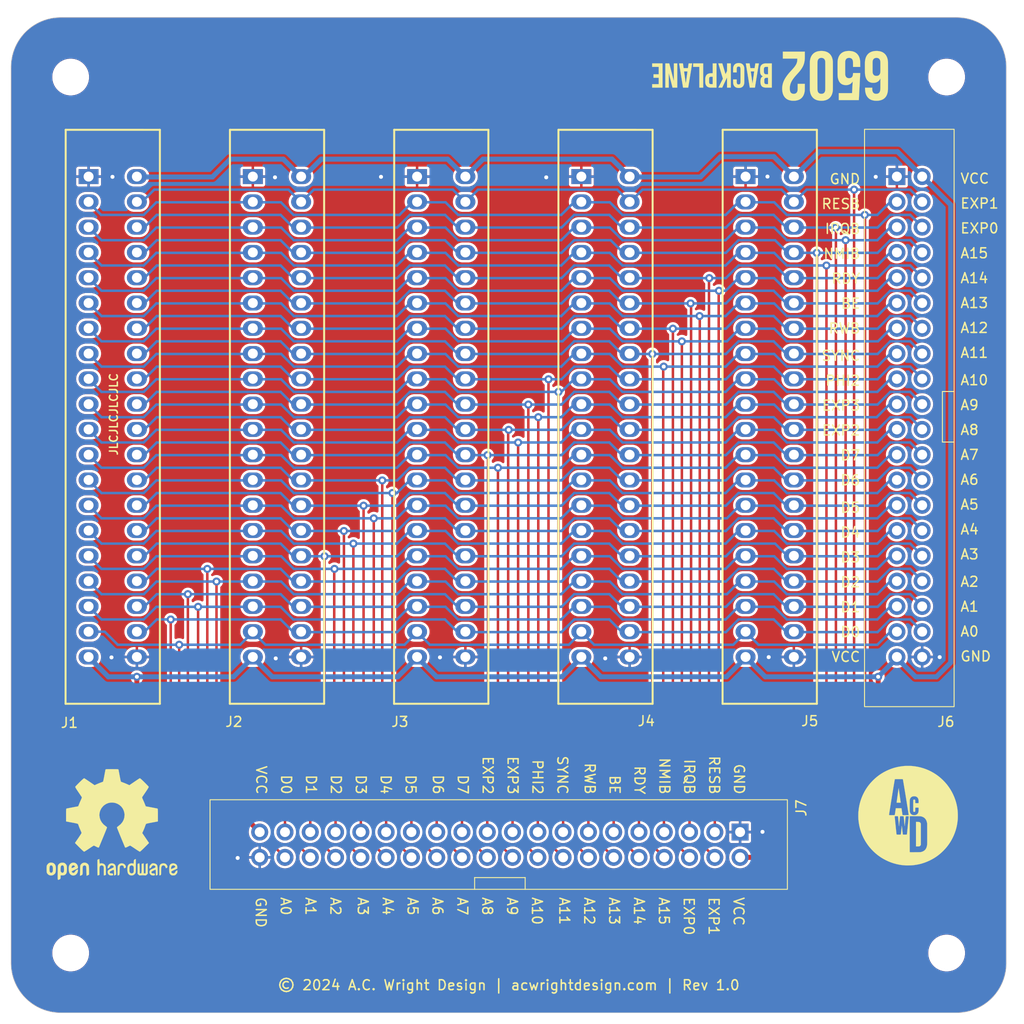
<source format=kicad_pcb>
(kicad_pcb (version 20241229) (generator "pcbnew") (generator_version "9.0")
  (title_block (title "6502 Backplane") (date "2024-06-19") (rev "1.0") (company "A.C. Wright Design"))
  (layers (0 "F.Cu" signal "Top") (2 "B.Cu" signal "Bottom") (13 "F.Paste" user) (15 "B.Paste" user) (5 "F.SilkS" user "F.Silkscreen") (7 "B.SilkS" user "B.Silkscreen") (1 "F.Mask" user) (3 "B.Mask" user) (25 "Edge.Cuts" user))
  (net 0 "")
  (net 1 "A4")
  (net 2 "A6")
  (net 3 "A12")
  (net 4 "A5")
  (net 5 "SYNC")
  (net 6 "GND")
  (net 7 "VCC")
  (net 8 "A9")
  (net 9 "IRQB")
  (net 10 "A7")
  (net 11 "D2")
  (net 12 "D1")
  (net 13 "A0")
  (net 14 "RESB")
  (net 15 "A13")
  (net 16 "EXP3")
  (net 17 "A14")
  (net 18 "PHI2")
  (net 19 "A15")
  (net 20 "A10")
  (net 21 "D3")
  (net 22 "A2")
  (net 23 "A11")
  (net 24 "D0")
  (net 25 "NMIB")
  (net 26 "A8")
  (net 27 "A1")
  (net 28 "A3")
  (net 29 "EXP2")
  (net 30 "RWB")
  (net 31 "EXP1")
  (net 32 "D5")
  (net 33 "BE")
  (net 34 "D7")
  (net 35 "D4")
  (net 36 "EXP0")
  (net 37 "D6")
  (net 38 "RDY")
  (footprint "MountingHole:MountingHole_3.2mm_M3" (layer "F.Cu") (at 184 56)
    (property "Reference" "H2" (hide yes))
    (property "Value" "MountingHole" (hide yes))
  )
  (footprint "MountingHole:MountingHole_3.2mm_M3" (layer "F.Cu") (at 96 144)
    (property "Reference" "H4" (hide yes))
    (property "Value" "MountingHole" (hide yes))
  )
  (footprint "6502 Parts:RHDR40W82P485X254_2X20_5740X93" (layer "F.Cu") (at 114.3 66 -90)
    (property "Reference" "J2")
    (property "Value" "Conn_02x20_Odd_Even" (hide yes))
  )
  (footprint "6502 Parts:RHDR40W82P485X254_2X20_5740X93" (layer "F.Cu") (at 130.8 66 -90)
    (property "Reference" "J3")
    (property "Value" "Conn_02x20_Odd_Even" (hide yes))
  )
  (footprint "6502 Parts:RHDR40W82P485X254_2X20_5740X93" (layer "F.Cu") (at 147.3 66 -90)
    (property "Reference" "J4")
    (property "Value" "Conn_02x20_Odd_Even" (hide yes))
  )
  (footprint "6502 Parts:RHDR40W82P485X254_2X20_5740X93" (layer "F.Cu") (at 163.8 66 -90)
    (property "Reference" "J5")
    (property "Value" "Conn_02x20_Odd_Even" (hide yes))
  )
  (footprint "MountingHole:MountingHole_3.2mm_M3" (layer "F.Cu") (at 96 56)
    (property "Reference" "H1" (hide yes))
    (property "Value" "MountingHole" (hide yes))
  )
  (footprint "6502 Logos:6502 Backplane Logo 5mm" (layer "F.Cu") (at 165.608 55.88 180)
    (property "Reference" "G***" (hide yes))
    (property "Value" "LOGO" (hide yes))
  )
  (footprint "MountingHole:MountingHole_3.2mm_M3" (layer "F.Cu") (at 184 144)
    (property "Reference" "H3" (hide yes))
    (property "Value" "MountingHole" (hide yes))
  )
  (footprint "6502 Parts:RHDR40W82P485X254_2X20_5740X93" (layer "F.Cu") (at 97.8 66 -90)
    (property "Reference" "J1")
    (property "Value" "Conn_02x20_Odd_Even" (hide yes))
  )
  (footprint "A.C. Wright Logo:A.C. Wright Logo 10mm" (layer "F.Cu") (at 180.125 130.2)
    (property "Reference" "G***" (hide yes))
    (property "Value" "LOGO" (hide yes))
  )
  (footprint "Symbol:OSHW-Logo2_14.6x12mm_SilkScreen" (layer "F.Cu") (at 100.15 131.075)
    (property "Reference" "REF**" (hide yes))
    (property "Value" "OSHW-Logo2_14.6x12mm_SilkScreen" (hide yes))
  )
  (footprint "6502 Parts:6502 Bus Connector" (layer "F.Cu") (at 179 66)
    (property "Reference" "J6")
    (property "Value" "6502 Bus" (hide yes))
  )
  (footprint "6502 Parts:6502 Bus Connector" (layer "F.Cu") (at 163.25 131.85 -90)
    (property "Reference" "J7")
    (property "Value" "6502 Bus" (hide yes))
  )
  (gr_line (start 90.0011 145.0036) (end 90.0011 55.0036) (stroke (width 0.05)) (layer "Edge.Cuts"))
  (gr_arc (start 95.0011 150.0036) (mid 91.465566 148.539134) (end 90.0011 145.0036) (stroke (width 0.05)) (layer "Edge.Cuts"))
  (gr_line (start 190.0011 55.0036) (end 190.0011 145.0036) (stroke (width 0.05)) (layer "Edge.Cuts"))
  (gr_arc (start 190.0011 145.0036) (mid 188.536634 148.539134) (end 185.0011 150.0036) (stroke (width 0.05)) (layer "Edge.Cuts"))
  (gr_arc (start 185.0011 50.0036) (mid 188.536634 51.468066) (end 190.0011 55.0036) (stroke (width 0.05)) (layer "Edge.Cuts"))
  (gr_line (start 95.0011 50.0036) (end 185.0011 50.0036) (stroke (width 0.05)) (layer "Edge.Cuts"))
  (gr_line (start 185.0011 150.0036) (end 95.0011 150.0036) (stroke (width 0.05)) (layer "Edge.Cuts"))
  (gr_arc (start 90.0011 55.0036) (mid 91.465566 51.468066) (end 95.0011 50.0036) (stroke (width 0.05)) (layer "Edge.Cuts"))
  (gr_text "VCC" (at 175.4 114.25 0) (layer "F.SilkS") (effects (font (size 1 1)) (justify right)))
  (gr_text "A10" (at 185.3 86.45 0) (layer "F.SilkS") (effects (font (size 1 1)) (justify left)))
  (gr_text "A2" (at 185.3 106.7 0) (layer "F.SilkS") (effects (font (size 1 1)) (justify left)))
  (gr_text "GND\n" (at 175.4 66.25 0) (layer "F.SilkS") (effects (font (size 1 1)) (justify right)))
  (gr_text "D0" (at 175.4 111.75 0) (layer "F.SilkS") (effects (font (size 1 1)) (justify right)))
  (gr_text "A14" (at 153.1 138.3 -90) (layer "F.SilkS") (effects (font (size 1 1)) (justify left)))
  (gr_text "IRQB" (at 158.15 128.15 -90) (layer "F.SilkS") (effects (font (size 1 1)) (justify right)))
  (gr_text "D5" (at 130.15 128.15 -90) (layer "F.SilkS") (effects (font (size 1 1)) (justify right)))
  (gr_text "RWB" (at 175.4 81.25 0) (layer "F.SilkS") (effects (font (size 1 1)) (justify right)))
  (gr_text "BE" (at 175.4 78.75 0) (layer "F.SilkS") (effects (font (size 1 1)) (justify right)))
  (gr_text "D6" (at 132.9 128.15 -90) (layer "F.SilkS") (effects (font (size 1 1)) (justify right)))
  (gr_text "D7" (at 135.4 128.15 -90) (layer "F.SilkS") (effects (font (size 1 1)) (justify right)))
  (gr_text "RESB" (at 175.4 68.75 0) (layer "F.SilkS") (effects (font (size 1 1)) (justify right)))
  (gr_text "RWB" (at 148.15 128.15 -90) (layer "F.SilkS") (effects (font (size 1 1)) (justify right)))
  (gr_text "EXP3" (at 140.4 128.15 -90) (layer "F.SilkS") (effects (font (size 1 1)) (justify right)))
  (gr_text "A3" (at 185.3 103.95 0) (layer "F.SilkS") (effects (font (size 1 1)) (justify left)))
  (gr_text "EXP2" (at 175.4 91.5 0) (layer "F.SilkS") (effects (font (size 1 1)) (justify right)))
  (gr_text "EXP0" (at 158.1 138.3 -90) (layer "F.SilkS") (effects (font (size 1 1)) (justify left)))
  (gr_text "BE" (at 150.65 128.15 -90) (layer "F.SilkS") (effects (font (size 1 1)) (justify right)))
  (gr_text "D2" (at 122.65 128.15 -90) (layer "F.SilkS") (effects (font (size 1 1)) (justify right)))
  (gr_text "D5" (at 175.4 99.25 0) (layer "F.SilkS") (effects (font (size 1 1)) (justify right)))
  (gr_text "A13" (at 185.3 78.7 0) (layer "F.SilkS") (effects (font (size 1 1)) (justify left)))
  (gr_text "D4" (at 127.65 128.15 -90) (layer "F.SilkS") (effects (font (size 1 1)) (justify right)))
  (gr_text "A0" (at 117.6 138.3 -90) (layer "F.SilkS") (effects (font (size 1 1)) (justify left)))
  (gr_text "D2" (at 175.4 106.75 0) (layer "F.SilkS") (effects (font (size 1 1)) (justify right)))
  (gr_text "D3" (at 175.4 104.25 0) (layer "F.SilkS") (effects (font (size 1 1)) (justify right)))
  (gr_text "A5" (at 130.35 138.3 -90) (layer "F.SilkS") (effects (font (size 1 1)) (justify left)))
  (gr_text "A4" (at 127.85 138.3 -90) (layer "F.SilkS") (effects (font (size 1 1)) (justify left)))
  (gr_text "EXP0" (at 185.3 71.2 0) (layer "F.SilkS") (effects (font (size 1 1)) (justify left)))
  (gr_text "A6" (at 185.3 96.45 0) (layer "F.SilkS") (effects (font (size 1 1)) (justify left)))
  (gr_text "A7" (at 185.3 93.95 0) (layer "F.SilkS") (effects (font (size 1 1)) (justify left)))
  (gr_text "A12" (at 148.1 138.3 -90) (layer "F.SilkS") (effects (font (size 1 1)) (justify left)))
  (gr_text "VCC" (at 163.1 138.3 -90) (layer "F.SilkS") (effects (font (size 1 1)) (justify left)))
  (gr_text "A0" (at 185.3 111.7 0) (layer "F.SilkS") (effects (font (size 1 1)) (justify left)))
  (gr_text "D7" (at 175.4 94 0) (layer "F.SilkS") (effects (font (size 1 1)) (justify right)))
  (gr_text "RESB" (at 160.65 128.15 -90) (layer "F.SilkS") (effects (font (size 1 1)) (justify right)))
  (gr_text "PHI2" (at 142.9 128.15 -90) (layer "F.SilkS") (effects (font (size 1 1)) (justify right)))
  (gr_text "D6" (at 175.4 96.5 0) (layer "F.SilkS") (effects (font (size 1 1)) (justify right)))
  (gr_text "NMIB" (at 155.65 128.15 -90) (layer "F.SilkS") (effects (font (size 1 1)) (justify right)))
  (gr_text "A11" (at 185.3 83.7 0) (layer "F.SilkS") (effects (font (size 1 1)) (justify left)))
  (gr_text "VCC" (at 115.15 128.15 -90) (layer "F.SilkS") (effects (font (size 1 1)) (justify right)))
  (gr_text "A12" (at 185.3 81.2 0) (layer "F.SilkS") (effects (font (size 1 1)) (justify left)))
  (gr_text "SYNC" (at 175.4 84 0) (layer "F.SilkS") (effects (font (size 1 1)) (justify right)))
  (gr_text "GND\n" (at 163.15 128.15 -90) (layer "F.SilkS") (effects (font (size 1 1)) (justify right)))
  (gr_text "A2" (at 122.6 138.3 -90) (layer "F.SilkS") (effects (font (size 1 1)) (justify left)))
  (gr_text "D4" (at 175.4 101.75 0) (layer "F.SilkS") (effects (font (size 1 1)) (justify right)))
  (gr_text "A6" (at 132.85 138.3 -90) (layer "F.SilkS") (effects (font (size 1 1)) (justify left)))
  (gr_text "IRQB" (at 175.4 71.25 0) (layer "F.SilkS") (effects (font (size 1 1)) (justify right)))
  (gr_text "JLCJLCJLCJLC" (at 100.325 89.875 90) (layer "F.SilkS") (effects (font (size 0.8 0.8))))
  (gr_text "EXP2" (at 137.9 128.15 -90) (layer "F.SilkS") (effects (font (size 1 1)) (justify right)))
  (gr_text "A9" (at 185.3 88.95 0) (layer "F.SilkS") (effects (font (size 1 1)) (justify left)))
  (gr_text "A14" (at 185.3 76.2 0) (layer "F.SilkS") (effects (font (size 1 1)) (justify left)))
  (gr_text "A8" (at 137.85 138.3 -90) (layer "F.SilkS") (effects (font (size 1 1)) (justify left)))
  (gr_text "A10" (at 142.85 138.3 -90) (layer "F.SilkS") (effects (font (size 1 1)) (justify left)))
  (gr_text "A7" (at 135.35 138.3 -90) (layer "F.SilkS") (effects (font (size 1 1)) (justify left)))
  (gr_text "EXP1" (at 185.3 68.7 0) (layer "F.SilkS") (effects (font (size 1 1)) (justify left)))
  (gr_text "GND\n" (at 185.3 114.2 0) (layer "F.SilkS") (effects (font (size 1 1)) (justify left)))
  (gr_text "D1" (at 120.15 128.15 -90) (layer "F.SilkS") (effects (font (size 1 1)) (justify right)))
  (gr_text "A13" (at 150.6 138.3 -90) (layer "F.SilkS") (effects (font (size 1 1)) (justify left)))
  (gr_text "A15" (at 155.6 138.3 -90) (layer "F.SilkS") (effects (font (size 1 1)) (justify left)))
  (gr_text "A1" (at 185.3 109.2 0) (layer "F.SilkS") (effects (font (size 1 1)) (justify left)))
  (gr_text "SYNC" (at 145.4 128.15 -90) (layer "F.SilkS") (effects (font (size 1 1)) (justify right)))
  (gr_text "D3" (at 125.15 128.15 -90) (layer "F.SilkS") (effects (font (size 1 1)) (justify right)))
  (gr_text "RDY" (at 175.4 76.25 0) (layer "F.SilkS") (effects (font (size 1 1)) (justify right)))
  (gr_text "A9" (at 140.35 138.3 -90) (layer "F.SilkS") (effects (font (size 1 1)) (justify left)))
  (gr_text "A8" (at 185.3 91.45 0) (layer "F.SilkS") (effects (font (size 1 1)) (justify left)))
  (gr_text "A1" (at 120.1 138.3 -90) (layer "F.SilkS") (effects (font (size 1 1)) (justify left)))
  (gr_text "NMIB" (at 175.4 73.75 0) (layer "F.SilkS") (effects (font (size 1 1)) (justify right)))
  (gr_text "D1" (at 175.4 109.25 0) (layer "F.SilkS") (effects (font (size 1 1)) (justify right)))
  (gr_text "EXP3" (at 175.4 89 0) (layer "F.SilkS") (effects (font (size 1 1)) (justify right)))
  (gr_text "EXP1" (at 160.6 138.3 -90) (layer "F.SilkS") (effects (font (size 1 1)) (justify left)))
  (gr_text "A3" (at 125.35 138.3 -90) (layer "F.SilkS") (effects (font (size 1 1)) (justify left)))
  (gr_text "VCC" (at 185.3 66.2 0) (layer "F.SilkS") (effects (font (size 1 1)) (justify left)))
  (gr_text "D0" (at 117.65 128.15 -90) (layer "F.SilkS") (effects (font (size 1 1)) (justify right)))
  (gr_text "RDY" (at 153.15 128.15 -90) (layer "F.SilkS") (effects (font (size 1 1)) (justify right)))
  (gr_text "GND\n" (at 115.1 138.3 -90) (layer "F.SilkS") (effects (font (size 1 1)) (justify left)))
  (gr_text "A11" (at 145.6 138.3 -90) (layer "F.SilkS") (effects (font (size 1 1)) (justify left)))
  (gr_text "A15" (at 185.3 73.7 0) (layer "F.SilkS") (effects (font (size 1 1)) (justify left)))
  (gr_text "PHI2" (at 175.4 86.5 0) (layer "F.SilkS") (effects (font (size 1 1)) (justify right)))
  (gr_text "© 2024 A.C. Wright Design | acwrightdesign.com | Rev 1.0" (at 140 147.225 0) (layer "F.SilkS") (effects (font (size 1 1))))
  (gr_text "A5" (at 185.3 98.95 0) (layer "F.SilkS") (effects (font (size 1 1)) (justify left)))
  (gr_text "A4" (at 185.3 101.45 0) (layer "F.SilkS") (effects (font (size 1 1)) (justify left)))
  (segment (start 126.425 124.45) (end 126.425 133.125) (width 0.25) (layer "F.Cu") (net 1))
  (segment (start 126.425 133.125) (end 127.69 134.39) (width 0.25) (layer "F.Cu") (net 1))
  (segment (start 123.45 121.475) (end 126.425 124.45) (width 0.25) (layer "F.Cu") (net 1))
  (segment (start 123.45 101.6) (end 123.45 121.475) (width 0.25) (layer "F.Cu") (net 1))
  (via (at 123.45 101.6) (size 0.8) (drill 0.4) (layers "F.Cu" "B.Cu") (net 1))
  (segment (start 118.364 101.6) (end 117.094 100.33) (width 0.25) (layer "B.Cu") (net 1))
  (segment (start 123.45 101.6) (end 118.364 101.6) (width 0.25) (layer "B.Cu") (net 1))
  (segment (start 128.803174 101.6) (end 130.073174 100.33) (width 0.25) (layer "B.Cu") (net 1))
  (segment (start 166.624 100.33) (end 167.894 101.6) (width 0.25) (layer "B.Cu") (net 1))
  (segment (start 163.093174 100.33) (end 166.624 100.33) (width 0.25) (layer "B.Cu") (net 1))
  (segment (start 133.604 100.33) (end 134.874 101.6) (width 0.25) (layer "B.Cu") (net 1))
  (segment (start 161.823174 101.6) (end 163.093174 100.33) (width 0.25) (layer "B.Cu") (net 1))
  (segment (start 167.894 101.6) (end 177.063174 101.6) (width 0.25) (layer "B.Cu") (net 1))
  (segment (start 180.34 100.33) (end 181.61 101.6) (width 0.25) (layer "B.Cu") (net 1))
  (segment (start 177.063174 101.6) (end 178.333174 100.33) (width 0.25) (layer "B.Cu") (net 1))
  (segment (start 146.583174 100.33) (end 150.1265 100.33) (width 0.25) (layer "B.Cu") (net 1))
  (segment (start 117.094 100.33) (end 104.648 100.33) (width 0.25) (layer "B.Cu") (net 1))
  (segment (start 145.313174 101.6) (end 146.583174 100.33) (width 0.25) (layer "B.Cu") (net 1))
  (segment (start 150.1265 100.33) (end 151.3965 101.6) (width 0.25) (layer "B.Cu") (net 1))
  (segment (start 103.418 101.56) (end 102.641 101.56) (width 0.25) (layer "B.Cu") (net 1))
  (segment (start 123.45 101.6) (end 128.803174 101.6) (width 0.25) (layer "B.Cu") (net 1))
  (segment (start 134.874 101.6) (end 145.313174 101.6) (width 0.25) (layer "B.Cu") (net 1))
  (segment (start 151.3965 101.6) (end 161.823174 101.6) (width 0.25) (layer "B.Cu") (net 1))
  (segment (start 178.333174 100.33) (end 180.34 100.33) (width 0.25) (layer "B.Cu") (net 1))
  (segment (start 104.648 100.33) (end 103.418 101.56) (width 0.25) (layer "B.Cu") (net 1))
  (segment (start 130.073174 100.33) (end 133.604 100.33) (width 0.25) (layer "B.Cu") (net 1))
  (segment (start 132.77 134.39) (end 131.5 133.12) (width 0.25) (layer "F.Cu") (net 2))
  (segment (start 131.5 133.12) (end 131.5 124.325) (width 0.25) (layer "F.Cu") (net 2))
  (segment (start 127.3 120.125) (end 127.3 96.52) (width 0.25) (layer "F.Cu") (net 2))
  (segment (start 131.5 124.325) (end 127.3 120.125) (width 0.25) (layer "F.Cu") (net 2))
  (via (at 127.3 96.52) (size 0.8) (drill 0.4) (layers "F.Cu" "B.Cu") (net 2))
  (segment (start 180.34 95.25) (end 181.61 96.52) (width 0.25) (layer "B.Cu") (net 2))
  (segment (start 167.894 96.52) (end 168.681 96.52) (width 0.25) (layer "B.Cu") (net 2))
  (segment (start 168.681 96.52) (end 177.063174 96.52) (width 0.25) (layer "B.Cu") (net 2))
  (segment (start 118.364 96.52) (end 119.151 96.52) (width 0.25) (layer "B.Cu") (net 2))
  (segment (start 103.418 96.48) (end 104.648 95.25) (width 0.25) (layer "B.Cu") (net 2))
  (segment (start 127.3 96.52) (end 128.803174 96.52) (width 0.25) (layer "B.Cu") (net 2))
  (segment (start 128.803174 96.52) (end 130.073174 95.25) (width 0.25) (layer "B.Cu") (net 2))
  (segment (start 130.073174 95.25) (end 133.604 95.25) (width 0.25) (layer "B.Cu") (net 2))
  (segment (start 177.063174 96.52) (end 178.333174 95.25) (width 0.25) (layer "B.Cu") (net 2))
  (segment (start 102.641 96.48) (end 103.418 96.48) (width 0.25) (layer "B.Cu") (net 2))
  (segment (start 152.171 96.52) (end 161.823174 96.52) (width 0.25) (layer "B.Cu") (net 2))
  (segment (start 134.874 96.52) (end 135.661 96.52) (width 0.25) (layer "B.Cu") (net 2))
  (segment (start 166.624 95.25) (end 167.894 96.52) (width 0.25) (layer "B.Cu") (net 2))
  (segment (start 119.151 96.52) (end 127.3 96.52) (width 0.25) (layer "B.Cu") (net 2))
  (segment (start 117.094 95.25) (end 118.364 96.52) (width 0.25) (layer "B.Cu") (net 2))
  (segment (start 135.661 96.52) (end 145.313174 96.52) (width 0.25) (layer "B.Cu") (net 2))
  (segment (start 104.648 95.25) (end 117.094 95.25) (width 0.25) (layer "B.Cu") (net 2))
  (segment (start 146.583174 95.25) (end 150.1265 95.25) (width 0.25) (layer "B.Cu") (net 2))
  (segment (start 150.1265 95.25) (end 151.3965 96.52) (width 0.25) (layer "B.Cu") (net 2))
  (segment (start 161.823174 96.52) (end 163.093174 95.25) (width 0.25) (layer "B.Cu") (net 2))
  (segment (start 133.604 95.25) (end 134.874 96.52) (width 0.25) (layer "B.Cu") (net 2))
  (segment (start 145.313174 96.52) (end 146.583174 95.25) (width 0.25) (layer "B.Cu") (net 2))
  (segment (start 178.333174 95.25) (end 180.34 95.25) (width 0.25) (layer "B.Cu") (net 2))
  (segment (start 151.3965 96.52) (end 152.171 96.52) (width 0.25) (layer "B.Cu") (net 2))
  (segment (start 163.093174 95.25) (end 166.624 95.25) (width 0.25) (layer "B.Cu") (net 2))
  (segment (start 156.5 120.75) (end 156.5 81.28) (width 0.25) (layer "F.Cu") (net 3))
  (segment (start 148.01 134.39) (end 146.75 133.13) (width 0.25) (layer "F.Cu") (net 3))
  (segment (start 149.975 127.275) (end 156.5 120.75) (width 0.25) (layer "F.Cu") (net 3))
  (segment (start 149.975 127.325) (end 149.975 127.275) (width 0.25) (layer "F.Cu") (net 3))
  (segment (start 146.75 133.13) (end 146.75 130.55) (width 0.25) (layer "F.Cu") (net 3))
  (segment (start 146.75 130.55) (end 149.975 127.325) (width 0.25) (layer "F.Cu") (net 3))
  (via (at 156.5 81.28) (size 0.8) (drill 0.4) (layers "F.Cu" "B.Cu") (net 3))
  (segment (start 168.681 81.28) (end 177.063174 81.28) (width 0.25) (layer "B.Cu") (net 3))
  (segment (start 180.34 80.01) (end 181.61 81.28) (width 0.25) (layer "B.Cu") (net 3))
  (segment (start 119.151 81.28) (end 128.803174 81.28) (width 0.25) (layer "B.Cu") (net 3))
  (segment (start 177.063174 81.28) (end 178.333174 80.01) (width 0.25) (layer "B.Cu") (net 3))
  (segment (start 167.894 81.28) (end 168.681 81.28) (width 0.25) (layer "B.Cu") (net 3))
  (segment (start 178.333174 80.01) (end 180.34 80.01) (width 0.25) (layer "B.Cu") (net 3))
  (segment (start 166.624 80.01) (end 167.894 81.28) (width 0.25) (layer "B.Cu") (net 3))
  (segment (start 151.384 81.28) (end 152.171 81.28) (width 0.25) (layer "B.Cu") (net 3))
  (segment (start 130.073174 80.01) (end 133.604 80.01) (width 0.25) (layer "B.Cu") (net 3))
  (segment (start 146.583174 80.01) (end 150.114 80.01) (width 0.25) (layer "B.Cu") (net 3))
  (segment (start 128.803174 81.28) (end 130.073174 80.01) (width 0.25) (layer "B.Cu") (net 3))
  (segment (start 102.641 81.24) (end 103.418 81.24) (width 0.25) (layer "B.Cu") (net 3))
  (segment (start 117.094 80.01) (end 118.364 81.28) (width 0.25) (layer "B.Cu") (net 3))
  (segment (start 152.171 81.28) (end 156.5 81.28) (width 0.25) (layer "B.Cu") (net 3))
  (segment (start 104.648 80.01) (end 117.094 80.01) (width 0.25) (layer "B.Cu") (net 3))
  (segment (start 103.418 81.24) (end 104.648 80.01) (width 0.25) (layer "B.Cu") (net 3))
  (segment (start 145.313174 81.28) (end 146.583174 80.01) (width 0.25) (layer "B.Cu") (net 3))
  (segment (start 134.874 81.28) (end 135.661 81.28) (width 0.25) (layer "B.Cu") (net 3))
  (segment (start 135.661 81.28) (end 145.313174 81.28) (width 0.25) (layer "B.Cu") (net 3))
  (segment (start 118.364 81.28) (end 119.151 81.28) (width 0.25) (layer "B.Cu") (net 3))
  (segment (start 161.823174 81.28) (end 163.093174 80.01) (width 0.25) (layer "B.Cu") (net 3))
  (segment (start 156.5 81.28) (end 161.823174 81.28) (width 0.25) (layer "B.Cu") (net 3))
  (segment (start 163.093174 80.01) (end 166.624 80.01) (width 0.25) (layer "B.Cu") (net 3))
  (segment (start 133.604 80.01) (end 134.874 81.28) (width 0.25) (layer "B.Cu") (net 3))
  (segment (start 150.114 80.01) (end 151.384 81.28) (width 0.25) (layer "B.Cu") (net 3))
  (segment (start 128.95 124.25) (end 128.95 133.11) (width 0.25) (layer "F.Cu") (net 4))
  (segment (start 128.95 133.11) (end 130.23 134.39) (width 0.25) (layer "F.Cu") (net 4))
  (segment (start 125.425 120.725) (end 128.95 124.25) (width 0.25) (layer "F.Cu") (net 4))
  (segment (start 125.425 99.06) (end 125.425 120.725) (width 0.25) (layer "F.Cu") (net 4))
  (via (at 125.425 99.06) (size 0.8) (drill 0.4) (layers "F.Cu" "B.Cu") (net 4))
  (segment (start 180.34 97.79) (end 181.61 99.06) (width 0.25) (layer "B.Cu") (net 4))
  (segment (start 161.823174 99.06) (end 163.093174 97.79) (width 0.25) (layer "B.Cu") (net 4))
  (segment (start 130.073174 97.79) (end 133.604 97.79) (width 0.25) (layer "B.Cu") (net 4))
  (segment (start 103.418 99.02) (end 102.641 99.02) (width 0.25) (layer "B.Cu") (net 4))
  (segment (start 117.094 97.79) (end 104.648 97.79) (width 0.25) (layer "B.Cu") (net 4))
  (segment (start 128.803174 99.06) (end 130.073174 97.79) (width 0.25) (layer "B.Cu") (net 4))
  (segment (start 166.624 97.79) (end 167.894 99.06) (width 0.25) (layer "B.Cu") (net 4))
  (segment (start 178.333174 97.79) (end 180.34 97.79) (width 0.25) (layer "B.Cu") (net 4))
  (segment (start 118.364 99.06) (end 117.094 97.79) (width 0.25) (layer "B.Cu") (net 4))
  (segment (start 146.583174 97.79) (end 150.114 97.79) (width 0.25) (layer "B.Cu") (net 4))
  (segment (start 151.384 99.06) (end 161.823174 99.06) (width 0.25) (layer "B.Cu") (net 4))
  (segment (start 167.894 99.06) (end 177.063174 99.06) (width 0.25) (layer "B.Cu") (net 4))
  (segment (start 177.063174 99.06) (end 178.333174 97.79) (width 0.25) (layer "B.Cu") (net 4))
  (segment (start 133.604 97.79) (end 134.874 99.06) (width 0.25) (layer "B.Cu") (net 4))
  (segment (start 134.874 99.06) (end 145.313174 99.06) (width 0.25) (layer "B.Cu") (net 4))
  (segment (start 104.648 97.79) (end 103.418 99.02) (width 0.25) (layer "B.Cu") (net 4))
  (segment (start 125.425 99.06) (end 128.803174 99.06) (width 0.25) (layer "B.Cu") (net 4))
  (segment (start 163.093174 97.79) (end 166.624 97.79) (width 0.25) (layer "B.Cu") (net 4))
  (segment (start 125.425 99.06) (end 118.364 99.06) (width 0.25) (layer "B.Cu") (net 4))
  (segment (start 145.313174 99.06) (end 146.583174 97.79) (width 0.25) (layer "B.Cu") (net 4))
  (segment (start 150.114 97.79) (end 151.384 99.06) (width 0.25) (layer "B.Cu") (net 4))
  (segment (start 155.525 120.4) (end 155.525 85.14) (width 0.25) (layer "F.Cu") (net 5))
  (segment (start 145.47 131.85) (end 145.47 130.455) (width 0.25) (layer "F.Cu") (net 5))
  (segment (start 145.47 130.455) (end 155.525 120.4) (width 0.25) (layer "F.Cu") (net 5))
  (segment (start 155.525 85.14) (end 155.575 85.09) (width 0.25) (layer "F.Cu") (net 5))
  (via (at 155.575 85.09) (size 0.8) (drill 0.4) (layers "F.Cu" "B.Cu") (net 5))
  (segment (start 118.414174 85.09) (end 128.778 85.09) (width 0.25) (layer "B.Cu") (net 5))
  (segment (start 147.32 83.82) (end 150.164174 83.82) (width 0.25) (layer "B.Cu") (net 5))
  (segment (start 166.674174 83.82) (end 167.944174 85.09) (width 0.25) (layer "B.Cu") (net 5))
  (segment (start 151.434174 85.09) (end 155.575 85.09) (width 0.25) (layer "B.Cu") (net 5))
  (segment (start 103.337826 85.09) (end 104.607826 83.82) (width 0.25) (layer "B.Cu") (net 5))
  (segment (start 177.038 85.09) (end 178.308 83.82) (width 0.25) (layer "B.Cu") (net 5))
  (segment (start 155.575 85.09) (end 161.798 85.09) (width 0.25) (layer "B.Cu") (net 5))
  (segment (start 133.654174 83.82) (end 134.924174 85.09) (width 0.25) (layer "B.Cu") (net 5))
  (segment (start 130.81 83.82) (end 133.654174 83.82) (width 0.25) (layer "B.Cu") (net 5))
  (segment (start 104.607826 83.82) (end 114.3 83.82) (width 0.25) (layer "B.Cu") (net 5))
  (segment (start 145.288 85.09) (end 146.558 83.82) (width 0.25) (layer "B.Cu") (net 5))
  (segment (start 130.048 83.82) (end 130.81 83.82) (width 0.25) (layer "B.Cu") (net 5))
  (segment (start 150.164174 83.82) (end 151.434174 85.09) (width 0.25) (layer "B.Cu") (net 5))
  (segment (start 114.3 83.82) (end 117.144174 83.82) (width 0.25) (layer "B.Cu") (net 5))
  (segment (start 117.144174 83.82) (end 118.414174 85.09) (width 0.25) (layer "B.Cu") (net 5))
  (segment (start 161.798 85.09) (end 163.068 83.82) (width 0.25) (layer "B.Cu") (net 5))
  (segment (start 97.79 83.78) (end 99.1 85.09) (width 0.25) (layer "B.Cu") (net 5))
  (segment (start 134.924174 85.09) (end 145.288 85.09) (width 0.25) (layer "B.Cu") (net 5))
  (segment (start 99.1 85.09) (end 103.337826 85.09) (width 0.25) (layer "B.Cu") (net 5))
  (segment (start 146.558 83.82) (end 147.32 83.82) (width 0.25) (layer "B.Cu") (net 5))
  (segment (start 163.068 83.82) (end 163.83 83.82) (width 0.25) (layer "B.Cu") (net 5))
  (segment (start 128.778 85.09) (end 130.048 83.82) (width 0.25) (layer "B.Cu") (net 5))
  (segment (start 163.83 83.82) (end 166.674174 83.82) (width 0.25) (layer "B.Cu") (net 5))
  (segment (start 178.308 83.82) (end 179.07 83.82) (width 0.25) (layer "B.Cu") (net 5))
  (segment (start 167.944174 85.09) (end 177.038 85.09) (width 0.25) (layer "B.Cu") (net 5))
  (via (at 166 66) (size 0.8) (drill 0.4) (layers "F.Cu" "B.Cu") (net 6))
  (via (at 166.125 114.275) (size 0.8) (drill 0.4) (layers "F.Cu" "B.Cu") (net 6))
  (via (at 183.3 114.275) (size 0.8) (drill 0.4) (layers "F.Cu" "B.Cu") (net 6))
  (via (at 133.1 114.3) (size 0.8) (drill 0.4) (layers "F.Cu" "B.Cu") (net 6))
  (via (at 149.7 114.4) (size 0.8) (drill 0.4) (layers "F.Cu" "B.Cu") (net 6))
  (via (at 165.5 131.825) (size 0.8) (drill 0.4) (layers "F.Cu" "B.Cu") (net 6))
  (via (at 100.1 114.3) (size 0.8) (drill 0.4) (layers "F.Cu" "B.Cu") (net 6))
  (via (at 100.2 66.025) (size 0.8) (drill 0.4) (layers "F.Cu" "B.Cu") (net 6))
  (via (at 116.525 66.075) (size 0.8) (drill 0.4) (layers "F.Cu" "B.Cu") (net 6))
  (via (at 127.175 66.025) (size 0.8) (drill 0.4) (layers "F.Cu" "B.Cu") (net 6))
  (via (at 112.775 134.45) (size 0.8) (drill 0.4) (layers "F.Cu" "B.Cu") (net 6))
  (via (at 143.775 66.075) (size 0.8) (drill 0.4) (layers "F.Cu" "B.Cu") (net 6))
  (via (at 176.875 66.025) (size 0.8) (drill 0.4) (layers "F.Cu" "B.Cu") (net 6))
  (via (at 116.6 114.4) (size 0.8) (drill 0.4) (layers "F.Cu" "B.Cu") (net 6))
  (segment (start 163.25 134.39) (end 166.485 134.39) (width 0.5) (layer "F.Cu") (net 7))
  (segment (start 166.485 134.39) (end 177.12 123.755) (width 0.5) (layer "F.Cu") (net 7))
  (segment (start 168.681 66.04) (end 168.656 66.04) (width 0.5) (layer "F.Cu") (net 7))
  (segment (start 114.99 131.85) (end 102.65 119.51) (width 0.5) (layer "F.Cu") (net 7))
  (segment (start 179 114.37) (end 179.07 114.3) (width 0.5) (layer "F.Cu") (net 7))
  (segment (start 177.12 123.755) (end 177.12 116.25) (width 0.5) (layer "F.Cu") (net 7))
  (segment (start 102.65 119.51) (end 102.65 116.25) (width 0.5) (layer "F.Cu") (net 7))
  (via (at 177.12 116.25) (size 0.8) (drill 0.4) (layers "F.Cu" "B.Cu") (net 7))
  (via (at 102.65 116.25) (size 0.8) (drill 0.4) (layers "F.Cu" "B.Cu") (net 7))
  (segment (start 102.641 66) (end 102.681 66.04) (width 0.5) (layer "B.Cu") (net 7))
  (segment (start 135.661 66.04) (end 135.661 66.015) (width 0.5) (layer "B.Cu") (net 7))
  (segment (start 161.298 64) (end 166.641 64) (width 0.5) (layer "B.Cu") (net 7))
  (segment (start 110.236 66.04) (end 111.506 64.77) (width 0.5) (layer "B.Cu") (net 7))
  (segment (start 159.258 66.04) (end 161.298 64) (width 0.5) (layer "B.Cu") (net 7))
  (segment (start 184.404 68.834) (end 179.07 63.5) (width 0.5) (layer "B.Cu") (net 7))
  (segment (start 179.07 63.5) (end 171.196 63.5) (width 0.5) (layer "B.Cu") (net 7))
  (segment (start 97.79 114.26) (end 99.78 116.25) (width 0.5) (layer "B.Cu") (net 7))
  (segment (start 163.83 114.3) (end 165.78 116.25) (width 0.5) (layer "B.Cu") (net 7))
  (segment (start 165.78 116.25) (end 177.12 116.25) (width 0.5) (layer "B.Cu") (net 7))
  (segment (start 114.3 114.3) (end 116.25 116.25) (width 0.5) (layer "B.Cu") (net 7))
  (segment (start 152.171 66.04) (end 152.171 66.015) (width 0.5) (layer "B.Cu") (net 7))
  (segment (start 149.27 116.25) (end 161.88 116.25) (width 0.5) (layer "B.Cu") (net 7))
  (segment (start 179 114.375) (end 180.875 116.25) (width 0.5) (layer "B.Cu") (net 7))
  (segment (start 133.871 64.25) (end 135.661 66.04) (width 0.5) (layer "B.Cu") (net 7))
  (segment (start 99.78 116.25) (end 102.65 116.25) (width 0.5) (layer "B.Cu") (net 7))
  (segment (start 130.81 114.3) (end 132.76 116.25) (width 0.5) (layer "B.Cu") (net 7))
  (segment (start 182.975 116.25) (end 184.404 114.821) (width 0.5) (layer "B.Cu") (net 7))
  (segment (start 152.146 66.015) (end 152.171 66.04) (width 0.5) (layer "B.Cu") (net 7))
  (segment (start 119.151 66.04) (end 119.38 66.04) (width 0.5) (layer "B.Cu") (net 7))
  (segment (start 152.171 66.04) (end 159.258 66.04) (width 0.5) (layer "B.Cu") (net 7))
  (segment (start 112.35 116.25) (end 114.3 114.3) (width 0.5) (layer "B.Cu") (net 7))
  (segment (start 121.17 64.25) (end 133.871 64.25) (width 0.5) (layer "B.Cu") (net 7))
  (segment (start 177.12 116.25) (end 179.07 114.3) (width 0.5) (layer "B.Cu") (net 7))
  (segment (start 135.636 66.015) (end 135.661 66.04) (width 0.5) (layer "B.Cu") (net 7))
  (segment (start 128.86 116.25) (end 130.81 114.3) (width 0.5) (layer "B.Cu") (net 7))
  (segment (start 119.126 66.015) (end 119.151 66.04) (width 0.5) (layer "B.Cu") (net 7))
  (segment (start 137.426 64.25) (end 150.381 64.25) (width 0.5) (layer "B.Cu") (net 7))
  (segment (start 184.404 114.821) (end 184.404 68.834) (width 0.5) (layer "B.Cu") (net 7))
  (segment (start 168.656 66.015) (end 168.681 66.04) (width 0.5) (layer "B.Cu") (net 7))
  (segment (start 180.875 116.25) (end 182.975 116.25) (width 0.5) (layer "B.Cu") (net 7))
  (segment (start 102.65 116.25) (end 112.35 116.25) (width 0.5) (layer "B.Cu") (net 7))
  (segment (start 145.37 116.25) (end 147.32 114.3) (width 0.5) (layer "B.Cu") (net 7))
  (segment (start 179 114.37) (end 179 114.375) (width 0.5) (layer "B.Cu") (net 7))
  (segment (start 147.32 114.3) (end 149.27 116.25) (width 0.5) (layer "B.Cu") (net 7))
  (segment (start 150.381 64.25) (end 152.171 66.04) (width 0.5) (layer "B.Cu") (net 7))
  (segment (start 166.641 64) (end 168.681 66.04) (width 0.5) (layer "B.Cu") (net 7))
  (segment (start 111.506 64.77) (end 112.026 64.25) (width 0.5) (layer "B.Cu") (net 7))
  (segment (start 132.76 116.25) (end 145.37 116.25) (width 0.5) (layer "B.Cu") (net 7))
  (segment (start 168.681 66.015) (end 168.681 66.04) (width 0.5) (layer "B.Cu") (net 7))
  (segment (start 135.661 66.015) (end 137.426 64.25) (width 0.5) (layer "B.Cu") (net 7))
  (segment (start 161.88 116.25) (end 163.83 114.3) (width 0.5) (layer "B.Cu") (net 7))
  (segment (start 119.38 66.04) (end 121.17 64.25) (width 0.5) (layer "B.Cu") (net 7))
  (segment (start 116.25 116.25) (end 128.86 116.25) (width 0.5) (layer "B.Cu") (net 7))
  (segment (start 112.026 64.25) (end 117.361 64.25) (width 0.5) (layer "B.Cu") (net 7))
  (segment (start 171.196 63.5) (end 168.681 66.015) (width 0.5) (layer "B.Cu") (net 7))
  (segment (start 117.361 64.25) (end 119.151 66.04) (width 0.5) (layer "B.Cu") (net 7))
  (segment (start 102.681 66.04) (end 110.236 66.04) (width 0.5) (layer "B.Cu") (net 7))
  (segment (start 140.39 134.39) (end 139.15 133.15) (width 0.25) (layer "F.Cu") (net 8))
  (segment (start 139.15 133.15) (end 139.15 126.05) (width 0.25) (layer "F.Cu") (net 8))
  (segment (start 141.975 123.225) (end 141.975 88.9) (width 0.25) (layer "F.Cu") (net 8))
  (segment (start 139.15 126.05) (end 141.975 123.225) (width 0.25) (layer "F.Cu") (net 8))
  (via (at 141.975 88.9) (size 0.8) (drill 0.4) (layers "F.Cu" "B.Cu") (net 8))
  (segment (start 130.073174 87.63) (end 133.604 87.63) (width 0.25) (layer "B.Cu") (net 8))
  (segment (start 128.803174 88.9) (end 130.073174 87.63) (width 0.25) (layer "B.Cu") (net 8))
  (segment (start 135.661 88.9) (end 141.975 88.9) (width 0.25) (layer "B.Cu") (net 8))
  (segment (start 117.094 87.63) (end 118.364 88.9) (width 0.25) (layer "B.Cu") (net 8))
  (segment (start 163.093174 87.63) (end 166.624 87.63) (width 0.25) (layer "B.Cu") (net 8))
  (segment (start 180.34 87.63) (end 181.61 88.9) (width 0.25) (layer "B.Cu") (net 8))
  (segment (start 145.313174 88.9) (end 146.583174 87.63) (width 0.25) (layer "B.Cu") (net 8))
  (segment (start 150.114 87.63) (end 151.384 88.9) (width 0.25) (layer "B.Cu") (net 8))
  (segment (start 102.641 88.86) (end 103.418 88.86) (width 0.25) (layer "B.Cu") (net 8))
  (segment (start 166.624 87.63) (end 167.894 88.9) (width 0.25) (layer "B.Cu") (net 8))
  (segment (start 161.823174 88.9) (end 163.093174 87.63) (width 0.25) (layer "B.Cu") (net 8))
  (segment (start 104.648 87.63) (end 117.094 87.63) (width 0.25) (layer "B.Cu") (net 8))
  (segment (start 141.975 88.9) (end 145.313174 88.9) (width 0.25) (layer "B.Cu") (net 8))
  (segment (start 167.894 88.9) (end 168.681 88.9) (width 0.25) (layer "B.Cu") (net 8))
  (segment (start 118.364 88.9) (end 119.151 88.9) (width 0.25) (layer "B.Cu") (net 8))
  (segment (start 151.384 88.9) (end 152.171 88.9) (width 0.25) (layer "B.Cu") (net 8))
  (segment (start 177.063174 88.9) (end 178.333174 87.63) (width 0.25) (layer "B.Cu") (net 8))
  (segment (start 134.874 88.9) (end 135.661 88.9) (width 0.25) (layer "B.Cu") (net 8))
  (segment (start 152.171 88.9) (end 161.823174 88.9) (width 0.25) (layer "B.Cu") (net 8))
  (segment (start 133.604 87.63) (end 134.874 88.9) (width 0.25) (layer "B.Cu") (net 8))
  (segment (start 168.681 88.9) (end 177.063174 88.9) (width 0.25) (layer "B.Cu") (net 8))
  (segment (start 119.151 88.9) (end 128.803174 88.9) (width 0.25) (layer "B.Cu") (net 8))
  (segment (start 103.418 88.86) (end 104.648 87.63) (width 0.25) (layer "B.Cu") (net 8))
  (segment (start 146.583174 87.63) (end 150.114 87.63) (width 0.25) (layer "B.Cu") (net 8))
  (segment (start 178.333174 87.63) (end 180.34 87.63) (width 0.25) (layer "B.Cu") (net 8))
  (segment (start 158.17 130.705) (end 162.05 126.825) (width 0.25) (layer "F.Cu") (net 9))
  (segment (start 162.05 126.825) (end 167.75 126.825) (width 0.25) (layer "F.Cu") (net 9))
  (segment (start 158.17 131.85) (end 158.17 130.705) (width 0.25) (layer "F.Cu") (net 9))
  (segment (start 173.85 120.725) (end 173.85 72.39) (width 0.25) (layer "F.Cu") (net 9))
  (segment (start 167.75 126.825) (end 173.85 120.725) (width 0.25) (layer "F.Cu") (net 9))
  (via (at 173.85 72.39) (size 0.8) (drill 0.4) (layers "F.Cu" "B.Cu") (net 9))
  (segment (start 128.778 72.39) (end 130.048 71.12) (width 0.25) (layer "B.Cu") (net 9))
  (segment (start 173.85 72.39) (end 177.038 72.39) (width 0.25) (layer "B.Cu") (net 9))
  (segment (start 166.674174 71.12) (end 167.944174 72.39) (width 0.25) (layer "B.Cu") (net 9))
  (segment (start 97.79 71.08) (end 99.1 72.39) (width 0.25) (layer "B.Cu") (net 9))
  (segment (start 161.798 72.39) (end 163.068 71.12) (width 0.25) (layer "B.Cu") (net 9))
  (segment (start 114.3 71.12) (end 117.144174 71.12) (width 0.25) (layer "B.Cu") (net 9))
  (segment (start 130.81 71.12) (end 133.654174 71.12) (width 0.25) (layer "B.Cu") (net 9))
  (segment (start 163.83 71.12) (end 166.674174 71.12) (width 0.25) (layer "B.Cu") (net 9))
  (segment (start 151.434174 72.39) (end 161.798 72.39) (width 0.25) (layer "B.Cu") (net 9))
  (segment (start 145.288 72.39) (end 146.558 71.12) (width 0.25) (layer "B.Cu") (net 9))
  (segment (start 163.068 71.12) (end 163.83 71.12) (width 0.25) (layer "B.Cu") (net 9))
  (segment (start 177.038 72.39) (end 178.308 71.12) (width 0.25) (layer "B.Cu") (net 9))
  (segment (start 118.414174 72.39) (end 128.778 72.39) (width 0.25) (layer "B.Cu") (net 9))
  (segment (start 150.164174 71.12) (end 151.434174 72.39) (width 0.25) (layer "B.Cu") (net 9))
  (segment (start 147.32 71.12) (end 150.164174 71.12) (width 0.25) (layer "B.Cu") (net 9))
  (segment (start 104.607826 71.12) (end 114.3 71.12) (width 0.25) (layer "B.Cu") (net 9))
  (segment (start 99.1 72.39) (end 103.337826 72.39) (width 0.25) (layer "B.Cu") (net 9))
  (segment (start 133.654174 71.12) (end 134.924174 72.39) (width 0.25) (layer "B.Cu") (net 9))
  (segment (start 134.924174 72.39) (end 145.288 72.39) (width 0.25) (layer "B.Cu") (net 9))
  (segment (start 178.308 71.12) (end 179.07 71.12) (width 0.25) (layer "B.Cu") (net 9))
  (segment (start 146.558 71.12) (end 147.32 71.12) (width 0.25) (layer "B.Cu") (net 9))
  (segment (start 167.944174 72.39) (end 173.85 72.39) (width 0.25) (layer "B.Cu") (net 9))
  (segment (start 117.144174 71.12) (end 118.414174 72.39) (width 0.25) (layer "B.Cu") (net 9))
  (segment (start 103.337826 72.39) (end 104.607826 71.12) (width 0.25) (layer "B.Cu") (net 9))
  (segment (start 130.048 71.12) (end 130.81 71.12) (width 0.25) (layer "B.Cu") (net 9))
  (segment (start 135.31 134.39) (end 134.025 133.105) (width 0.25) (layer "F.Cu") (net 10))
  (segment (start 137.925 120.675) (end 137.925 94.03) (width 0.25) (layer "F.Cu") (net 10))
  (segment (start 134.025 133.105) (end 134.025 124.575) (width 0.25) (layer "F.Cu") (net 10))
  (segment (start 137.925 94.03) (end 137.875 93.98) (width 0.25) (layer "F.Cu") (net 10))
  (segment (start 134.025 124.575) (end 137.925 120.675) (width 0.25) (layer "F.Cu") (net 10))
  (via (at 137.875 93.98) (size 0.8) (drill 0.4) (layers "F.Cu" "B.Cu") (net 10))
  (segment (start 118.364 93.98) (end 119.151 93.98) (width 0.25) (layer "B.Cu") (net 10))
  (segment (start 103.418 93.94) (end 104.648 92.71) (width 0.25) (layer "B.Cu") (net 10))
  (segment (start 151.384 93.98) (end 152.171 93.98) (width 0.25) (layer "B.Cu") (net 10))
  (segment (start 135.661 93.98) (end 137.875 93.98) (width 0.25) (layer "B.Cu") (net 10))
  (segment (start 145.313174 93.98) (end 146.583174 92.71) (width 0.25) (layer "B.Cu") (net 10))
  (segment (start 119.151 93.98) (end 128.803174 93.98) (width 0.25) (layer "B.Cu") (net 10))
  (segment (start 133.604 92.71) (end 134.874 93.98) (width 0.25) (layer "B.Cu") (net 10))
  (segment (start 163.093174 92.71) (end 166.624 92.71) (width 0.25) (layer "B.Cu") (net 10))
  (segment (start 161.823174 93.98) (end 163.093174 92.71) (width 0.25) (layer "B.Cu") (net 10))
  (segment (start 167.894 93.98) (end 168.681 93.98) (width 0.25) (layer "B.Cu") (net 10))
  (segment (start 130.073174 92.71) (end 133.604 92.71) (width 0.25) (layer "B.Cu") (net 10))
  (segment (start 137.875 93.98) (end 145.313174 93.98) (width 0.25) (layer "B.Cu") (net 10))
  (segment (start 166.624 92.71) (end 167.894 93.98) (width 0.25) (layer "B.Cu") (net 10))
  (segment (start 117.094 92.71) (end 118.364 93.98) (width 0.25) (layer "B.Cu") (net 10))
  (segment (start 146.583174 92.71) (end 150.114 92.71) (width 0.25) (layer "B.Cu") (net 10))
  (segment (start 178.333174 92.71) (end 180.34 92.71) (width 0.25) (layer "B.Cu") (net 10))
  (segment (start 128.803174 93.98) (end 130.073174 92.71) (width 0.25) (layer "B.Cu") (net 10))
  (segment (start 168.681 93.98) (end 177.063174 93.98) (width 0.25) (layer "B.Cu") (net 10))
  (segment (start 134.874 93.98) (end 135.661 93.98) (width 0.25) (layer "B.Cu") (net 10))
  (segment (start 177.063174 93.98) (end 178.333174 92.71) (width 0.25) (layer "B.Cu") (net 10))
  (segment (start 180.34 92.71) (end 181.61 93.98) (width 0.25) (layer "B.Cu") (net 10))
  (segment (start 152.171 93.98) (end 161.823174 93.98) (width 0.25) (layer "B.Cu") (net 10))
  (segment (start 102.641 93.94) (end 103.418 93.94) (width 0.25) (layer "B.Cu") (net 10))
  (segment (start 150.114 92.71) (end 151.384 93.98) (width 0.25) (layer "B.Cu") (net 10))
  (segment (start 104.648 92.71) (end 117.094 92.71) (width 0.25) (layer "B.Cu") (net 10))
  (segment (start 110.65 118.275) (end 110.65 106.68) (width 0.25) (layer "F.Cu") (net 11))
  (segment (start 122.61 131.85) (end 122.61 130.235) (width 0.25) (layer "F.Cu") (net 11))
  (segment (start 122.61 130.235) (end 110.65 118.275) (width 0.25) (layer "F.Cu") (net 11))
  (via (at 110.65 106.68) (size 0.8) (drill 0.4) (layers "F.Cu" "B.Cu") (net 11))
  (segment (start 163.195 106.68) (end 163.83 106.68) (width 0.25) (layer "B.Cu") (net 11))
  (segment (start 114.3 106.68) (end 117.144174 106.68) (width 0.25) (layer "B.Cu") (net 11))
  (segment (start 163.83 106.68) (end 166.674174 106.68) (width 0.25) (layer "B.Cu") (net 11))
  (segment (start 166.674174 106.68) (end 167.944174 107.95) (width 0.25) (layer "B.Cu") (net 11))
  (segment (start 104.622826 106.68) (end 110.65 106.68) (width 0.25) (layer "B.Cu") (net 11))
  (segment (start 177.038 107.95) (end 178.308 106.68) (width 0.25) (layer "B.Cu") (net 11))
  (segment (start 134.924174 107.95) (end 145.288 107.95) (width 0.25) (layer "B.Cu") (net 11))
  (segment (start 117.144174 106.68) (end 118.414174 107.95) (width 0.25) (layer "B.Cu") (net 11))
  (segment (start 97.79 106.64) (end 99.1 107.95) (width 0.25) (layer "B.Cu") (net 11))
  (segment (start 146.558 106.68) (end 147.32 106.68) (width 0.25) (layer "B.Cu") (net 11))
  (segment (start 147.32 106.68) (end 150.164174 106.68) (width 0.25) (layer "B.Cu") (net 11))
  (segment (start 145.288 107.95) (end 146.558 106.68) (width 0.25) (layer "B.Cu") (net 11))
  (segment (start 178.308 106.68) (end 179.07 106.68) (width 0.25) (layer "B.Cu") (net 11))
  (segment (start 103.352826 107.95) (end 104.622826 106.68) (width 0.25) (layer "B.Cu") (net 11))
  (segment (start 130.048 106.68) (end 130.81 106.68) (width 0.25) (layer "B.Cu") (net 11))
  (segment (start 128.778 107.95) (end 130.048 106.68) (width 0.25) (layer "B.Cu") (net 11))
  (segment (start 130.81 106.68) (end 133.654174 106.68) (width 0.25) (layer "B.Cu") (net 11))
  (segment (start 118.414174 107.95) (end 128.778 107.95) (width 0.25) (layer "B.Cu") (net 11))
  (segment (start 150.164174 106.68) (end 151.434174 107.95) (width 0.25) (layer "B.Cu") (net 11))
  (segment (start 133.654174 106.68) (end 134.924174 107.95) (width 0.25) (layer "B.Cu") (net 11))
  (segment (start 161.925 107.95) (end 163.195 106.68) (width 0.25) (layer "B.Cu") (net 11))
  (segment (start 110.65 106.68) (end 114.3 106.68) (width 0.25) (layer "B.Cu") (net 11))
  (segment (start 151.434174 107.95) (end 161.925 107.95) (width 0.25) (layer "B.Cu") (net 11))
  (segment (start 99.1 107.95) (end 103.352826 107.95) (width 0.25) (layer "B.Cu") (net 11))
  (segment (start 167.944174 107.95) (end 177.038 107.95) (width 0.25) (layer "B.Cu") (net 11))
  (segment (start 120.07 130.295) (end 108.8 119.025) (width 0.25) (layer "F.Cu") (net 12))
  (segment (start 108.8 119.025) (end 108.8 109.22) (width 0.25) (layer "F.Cu") (net 12))
  (segment (start 120.07 131.85) (end 120.07 130.295) (width 0.25) (layer "F.Cu") (net 12))
  (via (at 108.8 109.22) (size 0.8) (drill 0.4) (layers "F.Cu" "B.Cu") (net 12))
  (segment (start 133.654174 109.22) (end 134.924174 110.49) (width 0.25) (layer "B.Cu") (net 12))
  (segment (start 99.1 110.49) (end 103.337826 110.49) (width 0.25) (layer "B.Cu") (net 12))
  (segment (start 178.308 109.22) (end 179.07 109.22) (width 0.25) (layer "B.Cu") (net 12))
  (segment (start 104.607826 109.22) (end 108.8 109.22) (width 0.25) (layer "B.Cu") (net 12))
  (segment (start 147.32 109.22) (end 150.164174 109.22) (width 0.25) (layer "B.Cu") (net 12))
  (segment (start 150.164174 109.22) (end 151.434174 110.49) (width 0.25) (layer "B.Cu") (net 12))
  (segment (start 163.83 109.22) (end 166.674174 109.22) (width 0.25) (layer "B.Cu") (net 12))
  (segment (start 114.3 109.22) (end 117.094 109.22) (width 0.25) (layer "B.Cu") (net 12))
  (segment (start 166.674174 109.22) (end 167.944174 110.49) (width 0.25) (layer "B.Cu") (net 12))
  (segment (start 108.8 109.22) (end 114.3 109.22) (width 0.25) (layer "B.Cu") (net 12))
  (segment (start 134.924174 110.49) (end 145.288 110.49) (width 0.25) (layer "B.Cu") (net 12))
  (segment (start 161.798 110.49) (end 163.068 109.22) (width 0.25) (layer "B.Cu") (net 12))
  (segment (start 128.778 110.49) (end 130.048 109.22) (width 0.25) (layer "B.Cu") (net 12))
  (segment (start 117.094 109.22) (end 118.364 110.49) (width 0.25) (layer "B.Cu") (net 12))
  (segment (start 130.81 109.22) (end 133.654174 109.22) (width 0.25) (layer "B.Cu") (net 12))
  (segment (start 118.364 110.49) (end 128.778 110.49) (width 0.25) (layer "B.Cu") (net 12))
  (segment (start 151.434174 110.49) (end 161.798 110.49) (width 0.25) (layer "B.Cu") (net 12))
  (segment (start 146.558 109.22) (end 147.32 109.22) (width 0.25) (layer "B.Cu") (net 12))
  (segment (start 177.038 110.49) (end 178.308 109.22) (width 0.25) (layer "B.Cu") (net 12))
  (segment (start 167.944174 110.49) (end 177.038 110.49) (width 0.25) (layer "B.Cu") (net 12))
  (segment (start 103.337826 110.49) (end 104.607826 109.22) (width 0.25) (layer "B.Cu") (net 12))
  (segment (start 163.068 109.22) (end 163.83 109.22) (width 0.25) (layer "B.Cu") (net 12))
  (segment (start 145.288 110.49) (end 146.558 109.22) (width 0.25) (layer "B.Cu") (net 12))
  (segment (start 130.048 109.22) (end 130.81 109.22) (width 0.25) (layer "B.Cu") (net 12))
  (segment (start 97.79 109.18) (end 99.1 110.49) (width 0.25) (layer "B.Cu") (net 12))
  (segment (start 116.275 133.135) (end 116.275 130.5) (width 0.25) (layer "F.Cu") (net 13))
  (segment (start 106.05 120.275) (end 106.05 110.49) (width 0.25) (layer "F.Cu") (net 13))
  (segment (start 117.53 134.39) (end 116.275 133.135) (width 0.25) (layer "F.Cu") (net 13))
  (segment (start 116.275 130.5) (end 106.05 120.275) (width 0.25) (layer "F.Cu") (net 13))
  (via (at 106.05 110.49) (size 0.8) (drill 0.4) (layers "F.Cu" "B.Cu") (net 13))
  (segment (start 167.9065 111.76) (end 168.681 111.76) (width 0.25) (layer "B.Cu") (net 13))
  (segment (start 150.114 110.49) (end 151.384 111.76) (width 0.25) (layer "B.Cu") (net 13))
  (segment (start 118.364 111.76) (end 119.151 111.76) (width 0.25) (layer "B.Cu") (net 13))
  (segment (start 103.418 111.72) (end 104.648 110.49) (width 0.25) (layer "B.Cu") (net 13))
  (segment (start 134.874 111.76) (end 135.661 111.76) (width 0.25) (layer "B.Cu") (net 13))
  (segment (start 152.171 111.76) (end 161.823174 111.76) (width 0.25) (layer "B.Cu") (net 13))
  (segment (start 133.604 110.49) (end 134.874 111.76) (width 0.25) (layer "B.Cu") (net 13))
  (segment (start 163.093174 110.49) (end 166.6365 110.49) (width 0.25) (layer "B.Cu") (net 13))
  (segment (start 177.063174 111.76) (end 178.333174 110.49) (width 0.25) (layer "B.Cu") (net 13))
  (segment (start 130.073174 110.49) (end 133.604 110.49) (width 0.25) (layer "B.Cu") (net 13))
  (segment (start 104.648 110.49) (end 106.05 110.49) (width 0.25) (layer "B.Cu") (net 13))
  (segment (start 106.05 110.49) (end 117.094 110.49) (width 0.25) (layer "B.Cu") (net 13))
  (segment (start 145.313174 111.76) (end 146.583174 110.49) (width 0.25) (layer "B.Cu") (net 13))
  (segment (start 180.34 110.49) (end 181.61 111.76) (width 0.25) (layer "B.Cu") (net 13))
  (segment (start 146.583174 110.49) (end 150.114 110.49) (width 0.25) (layer "B.Cu") (net 13))
  (segment (start 135.661 111.76) (end 145.313174 111.76) (width 0.25) (layer "B.Cu") (net 13))
  (segment (start 168.681 111.76) (end 177.063174 111.76) (width 0.25) (layer "B.Cu") (net 13))
  (segment (start 151.384 111.76) (end 152.171 111.76) (width 0.25) (layer "B.Cu") (net 13))
  (segment (start 102.641 111.72) (end 103.418 111.72) (width 0.25) (layer "B.Cu") (net 13))
  (segment (start 161.823174 111.76) (end 163.093174 110.49) (width 0.25) (layer "B.Cu") (net 13))
  (segment (start 117.094 110.49) (end 118.364 111.76) (width 0.25) (layer "B.Cu") (net 13))
  (segment (start 119.151 111.76) (end 128.803174 111.76) (width 0.25) (layer "B.Cu") (net 13))
  (segment (start 128.803174 111.76) (end 130.073174 110.49) (width 0.25) (layer "B.Cu") (net 13))
  (segment (start 178.333174 110.49) (end 180.34 110.49) (width 0.25) (layer "B.Cu") (net 13))
  (segment (start 166.6365 110.49) (end 167.9065 111.76) (width 0.25) (layer "B.Cu") (net 13))
  (segment (start 175.8 69.875) (end 175.775 69.85) (width 0.25) (layer "F.Cu") (net 14))
  (segment (start 160.71 131.85) (end 160.71 130.64) (width 0.25) (layer "F.Cu") (net 14))
  (segment (start 130.302 68.58) (end 130.81 68.58) (width 0.25) (layer "F.Cu") (net 14))
  (segment (start 168.7 128.625) (end 175.8 121.525) (width 0.25) (layer "F.Cu") (net 14))
  (segment (start 160.71 130.64) (end 162.725 128.625) (width 0.25) (layer "F.Cu") (net 14))
  (segment (start 175.8 121.525) (end 175.8 69.875) (width 0.25) (layer "F.Cu") (net 14))
  (segment (start 162.725 128.625) (end 168.7 128.625) (width 0.25) (layer "F.Cu") (net 14))
  (via (at 175.775 69.85) (size 0.8) (drill 0.4) (layers "F.Cu" "B.Cu") (net 14))
  (segment (start 163.83 68.58) (end 166.674174 68.58) (width 0.25) (layer "B.Cu") (net 14))
  (segment (start 133.654174 68.58) (end 134.924174 69.85) (width 0.25) (layer "B.Cu") (net 14))
  (segment (start 161.798 69.85) (end 163.068 68.58) (width 0.25) (layer "B.Cu") (net 14))
  (segment (start 167.944174 69.85) (end 175.775 69.85) (width 0.25) (layer "B.Cu") (net 14))
  (segment (start 147.32 68.58) (end 150.164174 68.58) (width 0.25) (layer "B.Cu") (net 14))
  (segment (start 177.038 69.85) (end 178.308 68.58) (width 0.25) (layer "B.Cu") (net 14))
  (segment (start 129.032 69.85) (end 130.302 68.58) (width 0.25) (layer "B.Cu") (net 14))
  (segment (start 175.775 69.85) (end 177.038 69.85) (width 0.25) (layer "B.Cu") (net 14))
  (segment (start 104.607826 68.58) (end 114.3 68.58) (width 0.25) (layer "B.Cu") (net 14))
  (segment (start 103.337826 69.85) (end 104.607826 68.58) (width 0.25) (layer "B.Cu") (net 14))
  (segment (start 145.288 69.85) (end 146.558 68.58) (width 0.25) (layer "B.Cu") (net 14))
  (segment (start 146.558 68.58) (end 147.32 68.58) (width 0.25) (layer "B.Cu") (net 14))
  (segment (start 151.434174 69.85) (end 161.798 69.85) (width 0.25) (layer "B.Cu") (net 14))
  (segment (start 163.068 68.58) (end 163.83 68.58) (width 0.25) (layer "B.Cu") (net 14))
  (segment (start 166.674174 68.58) (end 167.944174 69.85) (width 0.25) (layer "B.Cu") (net 14))
  (segment (start 130.302 68.58) (end 130.81 68.58) (width 0.25) (layer "B.Cu") (net 14))
  (segment (start 134.924174 69.85) (end 145.288 69.85) (width 0.25) (layer "B.Cu") (net 14))
  (segment (start 114.3 68.58) (end 117.119174 68.58) (width 0.25) (layer "B.Cu") (net 14))
  (segment (start 99.06 69.85) (end 103.337826 69.85) (width 0.25) (layer "B.Cu") (net 14))
  (segment (start 97.79 68.54) (end 97.79 68.58) (width 0.25) (layer "B.Cu") (net 14))
  (segment (start 130.81 68.58) (end 133.654174 68.58) (width 0.25) (layer "B.Cu") (net 14))
  (segment (start 178.308 68.58) (end 179.07 68.58) (width 0.25) (layer "B.Cu") (net 14))
  (segment (start 150.164174 68.58) (end 151.434174 69.85) (width 0.25) (layer "B.Cu") (net 14))
  (segment (start 118.389174 69.85) (end 129.032 69.85) (width 0.25) (layer "B.Cu") (net 14))
  (segment (start 117.119174 68.58) (end 118.389174 69.85) (width 0.25) (layer "B.Cu") (net 14))
  (segment (start 97.79 68.58) (end 99.06 69.85) (width 0.25) (layer "B.Cu") (net 14))
  (segment (start 149.275 133.115) (end 149.275 130.675) (width 0.25) (layer "F.Cu") (net 15))
  (segment (start 149.275 130.675) (end 158.325 121.625) (width 0.25) (layer "F.Cu") (net 15))
  (segment (start 158.325 121.625) (end 158.325 78.79) (width 0.25) (layer "F.Cu") (net 15))
  (segment (start 150.55 134.39) (end 149.275 133.115) (width 0.25) (layer "F.Cu") (net 15))
  (segment (start 158.325 78.79) (end 158.275 78.74) (width 0.25) (layer "F.Cu") (net 15))
  (via (at 158.275 78.74) (size 0.8) (drill 0.4) (layers "F.Cu" "B.Cu") (net 15))
  (segment (start 163.093174 77.47) (end 166.624 77.47) (width 0.25) (layer "B.Cu") (net 15))
  (segment (start 117.094 77.47) (end 118.364 78.74) (width 0.25) (layer "B.Cu") (net 15))
  (segment (start 178.333174 77.47) (end 180.34 77.47) (width 0.25) (layer "B.Cu") (net 15))
  (segment (start 161.823174 78.74) (end 163.093174 77.47) (width 0.25) (layer "B.Cu") (net 15))
  (segment (start 180.34 77.47) (end 181.61 78.74) (width 0.25) (layer "B.Cu") (net 15))
  (segment (start 104.648 77.47) (end 117.094 77.47) (width 0.25) (layer "B.Cu") (net 15))
  (segment (start 119.151 78.74) (end 128.803174 78.74) (width 0.25) (layer "B.Cu") (net 15))
  (segment (start 158.275 78.74) (end 161.823174 78.74) (width 0.25) (layer "B.Cu") (net 15))
  (segment (start 134.874 78.74) (end 135.661 78.74) (width 0.25) (layer "B.Cu") (net 15))
  (segment (start 103.418 78.7) (end 104.648 77.47) (width 0.25) (layer "B.Cu") (net 15))
  (segment (start 177.063174 78.74) (end 178.333174 77.47) (width 0.25) (layer "B.Cu") (net 15))
  (segment (start 168.681 78.74) (end 177.063174 78.74) (width 0.25) (layer "B.Cu") (net 15))
  (segment (start 135.661 78.74) (end 145.313174 78.74) (width 0.25) (layer "B.Cu") (net 15))
  (segment (start 130.073174 77.47) (end 133.604 77.47) (width 0.25) (layer "B.Cu") (net 15))
  (segment (start 152.171 78.74) (end 158.275 78.74) (width 0.25) (layer "B.Cu") (net 15))
  (segment (start 102.641 78.7) (end 103.418 78.7) (width 0.25) (layer "B.Cu") (net 15))
  (segment (start 128.803174 78.74) (end 130.073174 77.47) (width 0.25) (layer "B.Cu") (net 15))
  (segment (start 167.894 78.74) (end 168.681 78.74) (width 0.25) (layer "B.Cu") (net 15))
  (segment (start 133.604 77.47) (end 134.874 78.74) (width 0.25) (layer "B.Cu") (net 15))
  (segment (start 118.364 78.74) (end 119.151 78.74) (width 0.25) (layer "B.Cu") (net 15))
  (segment (start 166.624 77.47) (end 167.894 78.74) (width 0.25) (layer "B.Cu") (net 15))
  (segment (start 145.313174 78.74) (end 146.583174 77.47) (width 0.25) (layer "B.Cu") (net 15))
  (segment (start 150.114 77.47) (end 151.384 78.74) (width 0.25) (layer "B.Cu") (net 15))
  (segment (start 151.384 78.74) (end 152.171 78.74) (width 0.25) (layer "B.Cu") (net 15))
  (segment (start 146.583174 77.47) (end 150.114 77.47) (width 0.25) (layer "B.Cu") (net 15))
  (segment (start 142.975 123.75) (end 142.975 90.17) (width 0.25) (layer "F.Cu") (net 16))
  (segment (start 140.39 131.85) (end 140.39 126.335) (width 0.25) (layer "F.Cu") (net 16))
  (segment (start 140.39 126.335) (end 142.975 123.75) (width 0.25) (layer "F.Cu") (net 16))
  (via (at 142.975 90.17) (size 0.8) (drill 0.4) (layers "F.Cu" "B.Cu") (net 16))
  (segment (start 99.1 90.17) (end 103.337826 90.17) (width 0.25) (layer "B.Cu") (net 16))
  (segment (start 133.654174 88.9) (end 134.924174 90.17) (width 0.25) (layer "B.Cu") (net 16))
  (segment (start 150.164174 88.9) (end 151.434174 90.17) (width 0.25) (layer "B.Cu") (net 16))
  (segment (start 147.32 88.9) (end 150.164174 88.9) (width 0.25) (layer "B.Cu") (net 16))
  (segment (start 163.068 88.9) (end 163.83 88.9) (width 0.25) (layer "B.Cu") (net 16))
  (segment (start 146.558 88.9) (end 147.32 88.9) (width 0.25) (layer "B.Cu") (net 16))
  (segment (start 163.83 88.9) (end 166.674174 88.9) (width 0.25) (layer "B.Cu") (net 16))
  (segment (start 161.798 90.17) (end 163.068 88.9) (width 0.25) (layer "B.Cu") (net 16))
  (segment (start 167.944174 90.17) (end 176.9745 90.17) (width 0.25) (layer "B.Cu") (net 16))
  (segment (start 178.2445 88.9) (end 179.07 88.9) (width 0.25) (layer "B.Cu") (net 16))
  (segment (start 103.337826 90.17) (end 104.607826 88.9) (width 0.25) (layer "B.Cu") (net 16))
  (segment (start 134.924174 90.17) (end 142.975 90.17) (width 0.25) (layer "B.Cu") (net 16))
  (segment (start 176.9745 90.17) (end 178.2445 88.9) (width 0.25) (layer "B.Cu") (net 16))
  (segment (start 142.975 90.17) (end 145.288 90.17) (width 0.25) (layer "B.Cu") (net 16))
  (segment (start 104.607826 88.9) (end 114.3 88.9) (width 0.25) (layer "B.Cu") (net 16))
  (segment (start 118.414174 90.17) (end 128.778 90.17) (width 0.25) (layer "B.Cu") (net 16))
  (segment (start 166.674174 88.9) (end 167.944174 90.17) (width 0.25) (layer "B.Cu") (net 16))
  (segment (start 114.3 88.9) (end 117.144174 88.9) (width 0.25) (layer "B.Cu") (net 16))
  (segment (start 128.778 90.17) (end 130.048 88.9) (width 0.25) (layer "B.Cu") (net 16))
  (segment (start 117.144174 88.9) (end 118.414174 90.17) (width 0.25) (layer "B.Cu") (net 16))
  (segment (start 130.048 88.9) (end 130.81 88.9) (width 0.25) (layer "B.Cu") (net 16))
  (segment (start 97.79 88.86) (end 99.1 90.17) (width 0.25) (layer "B.Cu") (net 16))
  (segment (start 151.434174 90.17) (end 161.798 90.17) (width 0.25) (layer "B.Cu") (net 16))
  (segment (start 130.81 88.9) (end 133.654174 88.9) (width 0.25) (layer "B.Cu") (net 16))
  (segment (start 145.288 90.17) (end 146.558 88.9) (width 0.25) (layer "B.Cu") (net 16))
  (segment (start 153.09 134.39) (end 151.8 133.1) (width 0.25) (layer "F.Cu") (net 17))
  (segment (start 160.125 122.425) (end 160.125 76.225) (width 0.25) (layer "F.Cu") (net 17))
  (segment (start 160.125 76.225) (end 160.15 76.2) (width 0.25) (layer "F.Cu") (net 17))
  (segment (start 151.8 133.1) (end 151.8 130.75) (width 0.25) (layer "F.Cu") (net 17))
  (segment (start 151.8 130.75) (end 160.125 122.425) (width 0.25) (layer "F.Cu") (net 17))
  (via (at 160.15 76.2) (size 0.8) (drill 0.4) (layers "F.Cu" "B.Cu") (net 17))
  (segment (start 119.151 76.2) (end 128.803174 76.2) (width 0.25) (layer "B.Cu") (net 17))
  (segment (start 150.114 74.93) (end 151.384 76.2) (width 0.25) (layer "B.Cu") (net 17))
  (segment (start 128.803174 76.2) (end 130.073174 74.93) (width 0.25) (layer "B.Cu") (net 17))
  (segment (start 180.34 74.93) (end 181.61 76.2) (width 0.25) (layer "B.Cu") (net 17))
  (segment (start 178.333174 74.93) (end 180.34 74.93) (width 0.25) (layer "B.Cu") (net 17))
  (segment (start 161.823174 76.2) (end 163.093174 74.93) (width 0.25) (layer "B.Cu") (net 17))
  (segment (start 168.0335 76.2) (end 168.681 76.2) (width 0.25) (layer "B.Cu") (net 17))
  (segment (start 102.641 76.16) (end 103.418 76.16) (width 0.25) (layer "B.Cu") (net 17))
  (segment (start 151.384 76.2) (end 152.171 76.2) (width 0.25) (layer "B.Cu") (net 17))
  (segment (start 104.648 74.93) (end 117.094 74.93) (width 0.25) (layer "B.Cu") (net 17))
  (segment (start 134.874 76.2) (end 135.661 76.2) (width 0.25) (layer "B.Cu") (net 17))
  (segment (start 166.7635 74.93) (end 168.0335 76.2) (width 0.25) (layer "B.Cu") (net 17))
  (segment (start 177.063174 76.2) (end 178.333174 74.93) (width 0.25) (layer "B.Cu") (net 17))
  (segment (start 118.364 76.2) (end 119.151 76.2) (width 0.25) (layer "B.Cu") (net 17))
  (segment (start 160.15 76.2) (end 161.823174 76.2) (width 0.25) (layer "B.Cu") (net 17))
  (segment (start 103.418 76.16) (end 104.648 74.93) (width 0.25) (layer "B.Cu") (net 17))
  (segment (start 117.094 74.93) (end 118.364 76.2) (width 0.25) (layer "B.Cu") (net 17))
  (segment (start 146.583174 74.93) (end 150.114 74.93) (width 0.25) (layer "B.Cu") (net 17))
  (segment (start 145.313174 76.2) (end 146.583174 74.93) (width 0.25) (layer "B.Cu") (net 17))
  (segment (start 133.604 74.93) (end 134.874 76.2) (width 0.25) (layer "B.Cu") (net 17))
  (segment (start 152.171 76.2) (end 160.15 76.2) (width 0.25) (layer "B.Cu") (net 17))
  (segment (start 163.093174 74.93) (end 166.7635 74.93) (width 0.25) (layer "B.Cu") (net 17))
  (segment (start 130.073174 74.93) (end 133.604 74.93) (width 0.25) (layer "B.Cu") (net 17))
  (segment (start 168.681 76.2) (end 177.063174 76.2) (width 0.25) (layer "B.Cu") (net 17))
  (segment (start 135.661 76.2) (end 145.313174 76.2) (width 0.25) (layer "B.Cu") (net 17))
  (segment (start 145 124.9) (end 145 87.63) (width 0.25) (layer "F.Cu") (net 18))
  (segment (start 142.93 131.85) (end 142.93 126.97) (width 0.25) (layer "F.Cu") (net 18))
  (segment (start 142.93 126.97) (end 145 124.9) (width 0.25) (layer "F.Cu") (net 18))
  (via (at 145 87.63) (size 0.8) (drill 0.4) (layers "F.Cu" "B.Cu") (net 18))
  (segment (start 104.607826 86.36) (end 117.144174 86.36) (width 0.25) (layer "B.Cu") (net 18))
  (segment (start 145 87.63) (end 145.288 87.63) (width 0.25) (layer "B.Cu") (net 18))
  (segment (start 150.164174 86.36) (end 151.434174 87.63) (width 0.25) (layer "B.Cu") (net 18))
  (segment (start 145.288 87.63) (end 146.558 86.36) (width 0.25) (layer "B.Cu") (net 18))
  (segment (start 128.778 87.63) (end 130.048 86.36) (width 0.25) (layer "B.Cu") (net 18))
  (segment (start 177.038 87.63) (end 178.308 86.36) (width 0.25) (layer "B.Cu") (net 18))
  (segment (start 167.944174 87.63) (end 177.038 87.63) (width 0.25) (layer "B.Cu") (net 18))
  (segment (start 166.674174 86.36) (end 167.944174 87.63) (width 0.25) (layer "B.Cu") (net 18))
  (segment (start 97.79 86.32) (end 99.1 87.63) (width 0.25) (layer "B.Cu") (net 18))
  (segment (start 134.924174 87.63) (end 145 87.63) (width 0.25) (layer "B.Cu") (net 18))
  (segment (start 146.558 86.36) (end 150.164174 86.36) (width 0.25) (layer "B.Cu") (net 18))
  (segment (start 118.414174 87.63) (end 128.778 87.63) (width 0.25) (layer "B.Cu") (net 18))
  (segment (start 161.798 87.63) (end 163.068 86.36) (width 0.25) (layer "B.Cu") (net 18))
  (segment (start 103.337826 87.63) (end 104.607826 86.36) (width 0.25) (layer "B.Cu") (net 18))
  (segment (start 130.048 86.36) (end 133.654174 86.36) (width 0.25) (layer "B.Cu") (net 18))
  (segment (start 163.068 86.36) (end 166.674174 86.36) (width 0.25) (layer "B.Cu") (net 18))
  (segment (start 178.308 86.36) (end 179.07 86.36) (width 0.25) (layer "B.Cu") (net 18))
  (segment (start 117.144174 86.36) (end 118.414174 87.63) (width 0.25) (layer "B.Cu") (net 18))
  (segment (start 133.654174 86.36) (end 134.924174 87.63) (width 0.25) (layer "B.Cu") (net 18))
  (segment (start 151.434174 87.63) (end 161.798 87.63) (width 0.25) (layer "B.Cu") (net 18))
  (segment (start 99.1 87.63) (end 103.337826 87.63) (width 0.25) (layer "B.Cu") (net 18))
  (segment (start 154.35 133.11) (end 154.35 130.775) (width 0.25) (layer "F.Cu") (net 19))
  (segment (start 170.975 73.685) (end 170.95 73.66) (width 0.25) (layer "F.Cu") (net 19))
  (segment (start 154.35 130.775) (end 160.975 124.15) (width 0.25) (layer "F.Cu") (net 19))
  (segment (start 160.975 124.15) (end 166.4 124.15) (width 0.25) (layer "F.Cu") (net 19))
  (segment (start 170.975 119.575) (end 170.975 73.685) (width 0.25) (layer "F.Cu") (net 19))
  (segment (start 155.63 134.39) (end 154.35 133.11) (width 0.25) (layer "F.Cu") (net 19))
  (segment (start 166.4 124.15) (end 170.975 119.575) (width 0.25) (layer "F.Cu") (net 19))
  (via (at 170.95 73.66) (size 0.8) (drill 0.4) (layers "F.Cu" "B.Cu") (net 19))
  (segment (start 133.604 72.39) (end 134.874 73.66) (width 0.25) (layer "B.Cu") (net 19))
  (segment (start 168.681 73.66) (end 170.95 73.66) (width 0.25) (layer "B.Cu") (net 19))
  (segment (start 135.661 73.66) (end 145.313174 73.66) (width 0.25) (layer "B.Cu") (net 19))
  (segment (start 118.364 73.66) (end 119.151 73.66) (width 0.25) (layer "B.Cu") (net 19))
  (segment (start 117.094 72.39) (end 118.364 73.66) (width 0.25) (layer "B.Cu") (net 19))
  (segment (start 102.641 73.62) (end 103.418 73.62) (width 0.25) (layer "B.Cu") (net 19))
  (segment (start 119.151 73.66) (end 128.803174 73.66) (width 0.25) (layer "B.Cu") (net 19))
  (segment (start 170.95 73.66) (end 177.063174 73.66) (width 0.25) (layer "B.Cu") (net 19))
  (segment (start 163.093174 72.39) (end 166.7635 72.39) (width 0.25) (layer "B.Cu") (net 19))
  (segment (start 145.313174 73.66) (end 146.583174 72.39) (width 0.25) (layer "B.Cu") (net 19))
  (segment (start 166.7635 72.39) (end 168.0335 73.66) (width 0.25) (layer "B.Cu") (net 19))
  (segment (start 168.0335 73.66) (end 168.681 73.66) (width 0.25) (layer "B.Cu") (net 19))
  (segment (start 146.583174 72.39) (end 150.2535 72.39) (width 0.25) (layer "B.Cu") (net 19))
  (segment (start 177.063174 73.66) (end 178.333174 72.39) (width 0.25) (layer "B.Cu") (net 19))
  (segment (start 128.803174 73.66) (end 130.073174 72.39) (width 0.25) (layer "B.Cu") (net 19))
  (segment (start 130.073174 72.39) (end 133.604 72.39) (width 0.25) (layer "B.Cu") (net 19))
  (segment (start 152.171 73.66) (end 161.823174 73.66) (width 0.25) (layer "B.Cu") (net 19))
  (segment (start 161.823174 73.66) (end 163.093174 72.39) (width 0.25) (layer "B.Cu") (net 19))
  (segment (start 104.648 72.39) (end 117.094 72.39) (width 0.25) (layer "B.Cu") (net 19))
  (segment (start 150.2535 72.39) (end 151.5235 73.66) (width 0.25) (layer "B.Cu") (net 19))
  (segment (start 180.34 72.39) (end 181.61 73.66) (width 0.25) (layer "B.Cu") (net 19))
  (segment (start 103.418 73.62) (end 104.648 72.39) (width 0.25) (layer "B.Cu") (net 19))
  (segment (start 178.333174 72.39) (end 180.34 72.39) (width 0.25) (layer "B.Cu") (net 19))
  (segment (start 151.5235 73.66) (end 152.171 73.66) (width 0.25) (layer "B.Cu") (net 19))
  (segment (start 134.874 73.66) (end 135.661 73.66) (width 0.25) (layer "B.Cu") (net 19))
  (segment (start 141.65 126.7) (end 144 124.35) (width 0.25) (layer "F.Cu") (net 20))
  (segment (start 142.93 134.39) (end 141.65 133.11) (width 0.25) (layer "F.Cu") (net 20))
  (segment (start 144 124.35) (end 144 86.36) (width 0.25) (layer "F.Cu") (net 20))
  (segment (start 141.65 133.11) (end 141.65 126.7) (width 0.25) (layer "F.Cu") (net 20))
  (via (at 144 86.36) (size 0.8) (drill 0.4) (layers "F.Cu" "B.Cu") (net 20))
  (segment (start 103.418 86.32) (end 104.648 85.09) (width 0.25) (layer "B.Cu") (net 20))
  (segment (start 152.171 86.36) (end 161.823174 86.36) (width 0.25) (layer "B.Cu") (net 20))
  (segment (start 128.803174 86.36) (end 130.073174 85.09) (width 0.25) (layer "B.Cu") (net 20))
  (segment (start 135.661 86.36) (end 144 86.36) (width 0.25) (layer "B.Cu") (net 20))
  (segment (start 130.073174 85.09) (end 133.604 85.09) (width 0.25) (layer "B.Cu") (net 20))
  (segment (start 133.604 85.09) (end 134.874 86.36) (width 0.25) (layer "B.Cu") (net 20))
  (segment (start 168.681 86.36) (end 177.063174 86.36) (width 0.25) (layer "B.Cu") (net 20))
  (segment (start 180.34 85.09) (end 181.61 86.36) (width 0.25) (layer "B.Cu") (net 20))
  (segment (start 118.364 86.36) (end 119.151 86.36) (width 0.25) (layer "B.Cu") (net 20))
  (segment (start 166.624 85.09) (end 167.894 86.36) (width 0.25) (layer "B.Cu") (net 20))
  (segment (start 167.894 86.36) (end 168.681 86.36) (width 0.25) (layer "B.Cu") (net 20))
  (segment (start 146.583174 85.09) (end 150.114 85.09) (width 0.25) (layer "B.Cu") (net 20))
  (segment (start 145.313174 86.36) (end 146.583174 85.09) (width 0.25) (layer "B.Cu") (net 20))
  (segment (start 151.384 86.36) (end 152.171 86.36) (width 0.25) (layer "B.Cu") (net 20))
  (segment (start 178.333174 85.09) (end 180.34 85.09) (width 0.25) (layer "B.Cu") (net 20))
  (segment (start 117.094 85.09) (end 118.364 86.36) (width 0.25) (layer "B.Cu") (net 20))
  (segment (start 102.641 86.32) (end 103.418 86.32) (width 0.25) (layer "B.Cu") (net 20))
  (segment (start 134.874 86.36) (end 135.661 86.36) (width 0.25) (layer "B.Cu") (net 20))
  (segment (start 144 86.36) (end 145.313174 86.36) (width 0.25) (layer "B.Cu") (net 20))
  (segment (start 161.823174 86.36) (end 163.093174 85.09) (width 0.25) (layer "B.Cu") (net 20))
  (segment (start 163.093174 85.09) (end 166.624 85.09) (width 0.25) (layer "B.Cu") (net 20))
  (segment (start 119.151 86.36) (end 128.803174 86.36) (width 0.25) (layer "B.Cu") (net 20))
  (segment (start 150.114 85.09) (end 151.384 86.36) (width 0.25) (layer "B.Cu") (net 20))
  (segment (start 104.648 85.09) (end 117.094 85.09) (width 0.25) (layer "B.Cu") (net 20))
  (segment (start 177.063174 86.36) (end 178.333174 85.09) (width 0.25) (layer "B.Cu") (net 20))
  (segment (start 122.5 105.41) (end 122.475 105.435) (width 0.25) (layer "F.Cu") (net 21))
  (segment (start 122.475 105.435) (end 122.475 121.875) (width 0.25) (layer "F.Cu") (net 21))
  (segment (start 122.475 121.875) (end 125.15 124.55) (width 0.25) (layer "F.Cu") (net 21))
  (segment (start 125.15 124.55) (end 125.15 131.85) (width 0.25) (layer "F.Cu") (net 21))
  (via (at 122.5 105.41) (size 0.8) (drill 0.4) (layers "F.Cu" "B.Cu") (net 21))
  (segment (start 150.164174 104.14) (end 151.434174 105.41) (width 0.25) (layer "B.Cu") (net 21))
  (segment (start 128.778 105.41) (end 130.048 104.14) (width 0.25) (layer "B.Cu") (net 21))
  (segment (start 122.5 105.41) (end 118.414174 105.41) (width 0.25) (layer "B.Cu") (net 21))
  (segment (start 133.654174 104.14) (end 134.924174 105.41) (width 0.25) (layer "B.Cu") (net 21))
  (segment (start 167.944174 105.41) (end 177.038 105.41) (width 0.25) (layer "B.Cu") (net 21))
  (segment (start 145.288 105.41) (end 146.558 104.14) (width 0.25) (layer "B.Cu") (net 21))
  (segment (start 146.558 104.14) (end 150.164174 104.14) (width 0.25) (layer "B.Cu") (net 21))
  (segment (start 104.607826 104.14) (end 103.337826 105.41) (width 0.25) (layer "B.Cu") (net 21))
  (segment (start 130.048 104.14) (end 133.654174 104.14) (width 0.25) (layer "B.Cu") (net 21))
  (segment (start 151.434174 105.41) (end 161.798 105.41) (width 0.25) (layer "B.Cu") (net 21))
  (segment (start 163.068 104.14) (end 166.674174 104.14) (width 0.25) (layer "B.Cu") (net 21))
  (segment (start 118.414174 105.41) (end 117.144174 104.14) (width 0.25) (layer "B.Cu") (net 21))
  (segment (start 134.924174 105.41) (end 145.288 105.41) (width 0.25) (layer "B.Cu") (net 21))
  (segment (start 122.5 105.41) (end 128.778 105.41) (width 0.25) (layer "B.Cu") (net 21))
  (segment (start 177.038 105.41) (end 178.308 104.14) (width 0.25) (layer "B.Cu") (net 21))
  (segment (start 161.798 105.41) (end 163.068 104.14) (width 0.25) (layer "B.Cu") (net 21))
  (segment (start 117.144174 104.14) (end 104.607826 104.14) (width 0.25) (layer "B.Cu") (net 21))
  (segment (start 178.308 104.14) (end 179.07 104.14) (width 0.25) (layer "B.Cu") (net 21))
  (segment (start 99.1 105.41) (end 97.79 104.1) (width 0.25) (layer "B.Cu") (net 21))
  (segment (start 166.674174 104.14) (end 167.944174 105.41) (width 0.25) (layer "B.Cu") (net 21))
  (segment (start 103.337826 105.41) (end 99.1 105.41) (width 0.25) (layer "B.Cu") (net 21))
  (segment (start 121.3 130.2) (end 109.725 118.625) (width 0.25) (layer "F.Cu") (net 22))
  (segment (start 122.61 134.39) (end 121.3 133.08) (width 0.25) (layer "F.Cu") (net 22))
  (segment (start 121.3 133.08) (end 121.3 130.2) (width 0.25) (layer "F.Cu") (net 22))
  (segment (start 109.725 118.625) (end 109.725 105.41) (width 0.25) (layer "F.Cu") (net 22))
  (via (at 109.725 105.41) (size 0.8) (drill 0.4) (layers "F.Cu" "B.Cu") (net 22))
  (segment (start 102.641 106.64) (end 103.418 106.64) (width 0.25) (layer "B.Cu") (net 22))
  (segment (start 163.093174 105.41) (end 166.6365 105.41) (width 0.25) (layer "B.Cu") (net 22))
  (segment (start 103.418 106.64) (end 104.648 105.41) (width 0.25) (layer "B.Cu") (net 22))
  (segment (start 130.073174 105.41) (end 133.604 105.41) (width 0.25) (layer "B.Cu") (net 22))
  (segment (start 145.313174 106.68) (end 146.583174 105.41) (width 0.25) (layer "B.Cu") (net 22))
  (segment (start 134.874 106.68) (end 135.661 106.68) (width 0.25) (layer "B.Cu") (net 22))
  (segment (start 150.114 105.41) (end 151.384 106.68) (width 0.25) (layer "B.Cu") (net 22))
  (segment (start 118.364 106.68) (end 119.151 106.68) (width 0.25) (layer "B.Cu") (net 22))
  (segment (start 119.151 106.68) (end 128.803174 106.68) (width 0.25) (layer "B.Cu") (net 22))
  (segment (start 180.34 105.41) (end 181.61 106.68) (width 0.25) (layer "B.Cu") (net 22))
  (segment (start 168.681 106.68) (end 177.063174 106.68) (width 0.25) (layer "B.Cu") (net 22))
  (segment (start 109.725 105.41) (end 117.094 105.41) (width 0.25) (layer "B.Cu") (net 22))
  (segment (start 178.333174 105.41) (end 180.34 105.41) (width 0.25) (layer "B.Cu") (net 22))
  (segment (start 161.823174 106.68) (end 163.093174 105.41) (width 0.25) (layer "B.Cu") (net 22))
  (segment (start 167.9065 106.68) (end 168.681 106.68) (width 0.25) (layer "B.Cu") (net 22))
  (segment (start 166.6365 105.41) (end 167.9065 106.68) (width 0.25) (layer "B.Cu") (net 22))
  (segment (start 117.094 105.41) (end 118.364 106.68) (width 0.25) (layer "B.Cu") (net 22))
  (segment (start 146.583174 105.41) (end 150.114 105.41) (width 0.25) (layer "B.Cu") (net 22))
  (segment (start 151.384 106.68) (end 152.171 106.68) (width 0.25) (layer "B.Cu") (net 22))
  (segment (start 152.171 106.68) (end 161.823174 106.68) (width 0.25) (layer "B.Cu") (net 22))
  (segment (start 104.648 105.41) (end 109.725 105.41) (width 0.25) (layer "B.Cu") (net 22))
  (segment (start 177.063174 106.68) (end 178.333174 105.41) (width 0.25) (layer "B.Cu") (net 22))
  (segment (start 135.661 106.68) (end 145.313174 106.68) (width 0.25) (layer "B.Cu") (net 22))
  (segment (start 128.803174 106.68) (end 130.073174 105.41) (width 0.25) (layer "B.Cu") (net 22))
  (segment (start 133.604 105.41) (end 134.874 106.68) (width 0.25) (layer "B.Cu") (net 22))
  (segment (start 145.47 134.39) (end 144.225 133.145) (width 0.25) (layer "F.Cu") (net 23))
  (segment (start 144.225 133.145) (end 144.225 130.35) (width 0.25) (layer "F.Cu") (net 23))
  (segment (start 144.225 130.35) (end 154.425 120.15) (width 0.25) (layer "F.Cu") (net 23))
  (segment (start 154.425 120.15) (end 154.425 83.82) (width 0.25) (layer "F.Cu") (net 23))
  (via (at 154.425 83.82) (size 0.8) (drill 0.4) (layers "F.Cu" "B.Cu") (net 23))
  (segment (start 150.114 82.55) (end 151.384 83.82) (width 0.25) (layer "B.Cu") (net 23))
  (segment (start 102.641 83.78) (end 103.418 83.78) (width 0.25) (layer "B.Cu") (net 23))
  (segment (start 177.063174 83.82) (end 178.333174 82.55) (width 0.25) (layer "B.Cu") (net 23))
  (segment (start 163.093174 82.55) (end 166.624 82.55) (width 0.25) (layer "B.Cu") (net 23))
  (segment (start 146.583174 82.55) (end 150.114 82.55) (width 0.25) (layer "B.Cu") (net 23))
  (segment (start 180.34 82.55) (end 181.61 83.82) (width 0.25) (layer "B.Cu") (net 23))
  (segment (start 117.094 82.55) (end 118.364 83.82) (width 0.25) (layer "B.Cu") (net 23))
  (segment (start 151.384 83.82) (end 152.171 83.82) (width 0.25) (layer "B.Cu") (net 23))
  (segment (start 128.803174 83.82) (end 130.073174 82.55) (width 0.25) (layer "B.Cu") (net 23))
  (segment (start 145.313174 83.82) (end 146.583174 82.55) (width 0.25) (layer "B.Cu") (net 23))
  (segment (start 133.604 82.55) (end 134.874 83.82) (width 0.25) (layer "B.Cu") (net 23))
  (segment (start 104.648 82.55) (end 117.094 82.55) (width 0.25) (layer "B.Cu") (net 23))
  (segment (start 103.418 83.78) (end 104.648 82.55) (width 0.25) (layer "B.Cu") (net 23))
  (segment (start 135.661 83.82) (end 145.313174 83.82) (width 0.25) (layer "B.Cu") (net 23))
  (segment (start 118.364 83.82) (end 119.151 83.82) (width 0.25) (layer "B.Cu") (net 23))
  (segment (start 166.624 82.55) (end 167.894 83.82) (width 0.25) (layer "B.Cu") (net 23))
  (segment (start 119.151 83.82) (end 128.803174 83.82) (width 0.25) (layer "B.Cu") (net 23))
  (segment (start 152.171 83.82) (end 154.425 83.82) (width 0.25) (layer "B.Cu") (net 23))
  (segment (start 168.681 83.82) (end 177.063174 83.82) (width 0.25) (layer "B.Cu") (net 23))
  (segment (start 130.073174 82.55) (end 133.604 82.55) (width 0.25) (layer "B.Cu") (net 23))
  (segment (start 134.874 83.82) (end 135.661 83.82) (width 0.25) (layer "B.Cu") (net 23))
  (segment (start 154.425 83.82) (end 161.823174 83.82) (width 0.25) (layer "B.Cu") (net 23))
  (segment (start 161.823174 83.82) (end 163.093174 82.55) (width 0.25) (layer "B.Cu") (net 23))
  (segment (start 178.333174 82.55) (end 180.34 82.55) (width 0.25) (layer "B.Cu") (net 23))
  (segment (start 167.894 83.82) (end 168.681 83.82) (width 0.25) (layer "B.Cu") (net 23))
  (segment (start 117.53 130.455) (end 106.9 119.825) (width 0.25) (layer "F.Cu") (net 24))
  (segment (start 117.53 131.85) (end 117.53 130.455) (width 0.25) (layer "F.Cu") (net 24))
  (segment (start 106.9 119.825) (end 106.9 113.03) (width 0.25) (layer "F.Cu") (net 24))
  (via (at 106.9 113.03) (size 0.8) (drill 0.4) (layers "F.Cu" "B.Cu") (net 24))
  (segment (start 148.59 113.03) (end 162.56 113.03) (width 0.25) (layer "B.Cu") (net 24))
  (segment (start 106.9 113.03) (end 113.03 113.03) (width 0.25) (layer "B.Cu") (net 24))
  (segment (start 177.038 113.03) (end 178.308 111.76) (width 0.25) (layer "B.Cu") (net 24))
  (segment (start 132.08 113.03) (end 146.05 113.03) (width 0.25) (layer "B.Cu") (net 24))
  (segment (start 178.308 111.76) (end 179.07 111.76) (width 0.25) (layer "B.Cu") (net 24))
  (segment (start 165.1 113.03) (end 177.038 113.03) (width 0.25) (layer "B.Cu") (net 24))
  (segment (start 162.56 113.03) (end 163.83 111.76) (width 0.25) (layer "B.Cu") (net 24))
  (segment (start 146.05 113.03) (end 147.32 111.76) (width 0.25) (layer "B.Cu") (net 24))
  (segment (start 100.73 113.03) (end 106.9 113.03) (width 0.25) (layer "B.Cu") (net 24))
  (segment (start 163.83 111.76) (end 165.1 113.03) (width 0.25) (layer "B.Cu") (net 24))
  (segment (start 99.42 111.72) (end 100.73 113.03) (width 0.25) (layer "B.Cu") (net 24))
  (segment (start 114.3 111.76) (end 115.57 113.03) (width 0.25) (layer "B.Cu") (net 24))
  (segment (start 147.32 111.76) (end 148.59 113.03) (width 0.25) (layer "B.Cu") (net 24))
  (segment (start 97.79 111.72) (end 99.42 111.72) (width 0.25) (layer "B.Cu") (net 24))
  (segment (start 113.03 113.03) (end 114.3 111.76) (width 0.25) (layer "B.Cu") (net 24))
  (segment (start 129.54 113.03) (end 130.81 111.76) (width 0.25) (layer "B.Cu") (net 24))
  (segment (start 115.57 113.03) (end 129.54 113.03) (width 0.25) (layer "B.Cu") (net 24))
  (segment (start 130.81 111.76) (end 132.08 113.03) (width 0.25) (layer "B.Cu") (net 24))
  (segment (start 158.9 127.3) (end 161.175 125.025) (width 0.25) (layer "F.Cu") (net 25))
  (segment (start 158.9 127.375) (end 158.9 127.3) (width 0.25) (layer "F.Cu") (net 25))
  (segment (start 166.9 125.025) (end 171.925 120) (width 0.25) (layer "F.Cu") (net 25))
  (segment (start 161.175 125.025) (end 166.9 125.025) (width 0.25) (layer "F.Cu") (net 25))
  (segment (start 171.925 120) (end 171.925 74.93) (width 0.25) (layer "F.Cu") (net 25))
  (segment (start 155.6 130.675) (end 158.9 127.375) (width 0.25) (layer "F.Cu") (net 25))
  (segment (start 155.6 131.82) (end 155.6 130.675) (width 0.25) (layer "F.Cu") (net 25))
  (segment (start 155.63 131.85) (end 155.6 131.82) (width 0.25) (layer "F.Cu") (net 25))
  (via (at 171.925 74.93) (size 0.8) (drill 0.4) (layers "F.Cu" "B.Cu") (net 25))
  (segment (start 146.558 73.66) (end 147.32 73.66) (width 0.25) (layer "B.Cu") (net 25))
  (segment (start 97.79 73.62) (end 99.1 74.93) (width 0.25) (layer "B.Cu") (net 25))
  (segment (start 117.144174 73.66) (end 118.414174 74.93) (width 0.25) (layer "B.Cu") (net 25))
  (segment (start 133.654174 73.66) (end 134.924174 74.93) (width 0.25) (layer "B.Cu") (net 25))
  (segment (start 103.337826 74.93) (end 104.607826 73.66) (width 0.25) (layer "B.Cu") (net 25))
  (segment (start 166.674174 73.66) (end 167.944174 74.93) (width 0.25) (layer "B.Cu") (net 25))
  (segment (start 177.038 74.93) (end 178.308 73.66) (width 0.25) (layer "B.Cu") (net 25))
  (segment (start 130.81 73.66) (end 133.654174 73.66) (width 0.25) (layer "B.Cu") (net 25))
  (segment (start 130.048 73.66) (end 130.81 73.66) (width 0.25) (layer "B.Cu") (net 25))
  (segment (start 128.778 74.93) (end 130.048 73.66) (width 0.25) (layer "B.Cu") (net 25))
  (segment (start 171.925 74.93) (end 177.038 74.93) (width 0.25) (layer "B.Cu") (net 25))
  (segment (start 178.308 73.66) (end 179.07 73.66) (width 0.25) (layer "B.Cu") (net 25))
  (segment (start 118.414174 74.93) (end 128.778 74.93) (width 0.25) (layer "B.Cu") (net 25))
  (segment (start 114.3 73.66) (end 117.144174 73.66) (width 0.25) (layer "B.Cu") (net 25))
  (segment (start 161.798 74.93) (end 163.068 73.66) (width 0.25) (layer "B.Cu") (net 25))
  (segment (start 145.288 74.93) (end 146.558 73.66) (width 0.25) (layer "B.Cu") (net 25))
  (segment (start 147.32 73.66) (end 150.164174 73.66) (width 0.25) (layer "B.Cu") (net 25))
  (segment (start 163.068 73.66) (end 163.83 73.66) (width 0.25) (layer "B.Cu") (net 25))
  (segment (start 163.83 73.66) (end 166.674174 73.66) (width 0.25) (layer "B.Cu") (net 25))
  (segment (start 134.924174 74.93) (end 145.288 74.93) (width 0.25) (layer "B.Cu") (net 25))
  (segment (start 104.607826 73.66) (end 114.3 73.66) (width 0.25) (layer "B.Cu") (net 25))
  (segment (start 151.434174 74.93) (end 161.798 74.93) (width 0.25) (layer "B.Cu") (net 25))
  (segment (start 167.944174 74.93) (end 171.925 74.93) (width 0.25) (layer "B.Cu") (net 25))
  (segment (start 150.164174 73.66) (end 151.434174 74.93) (width 0.25) (layer "B.Cu") (net 25))
  (segment (start 99.1 74.93) (end 103.337826 74.93) (width 0.25) (layer "B.Cu") (net 25))
  (segment (start 139.95 91.49) (end 140 91.44) (width 0.25) (layer "F.Cu") (net 26))
  (segment (start 136.6 133.14) (end 136.6 125.3) (width 0.25) (layer "F.Cu") (net 26))
  (segment (start 137.85 134.39) (end 136.6 133.14) (width 0.25) (layer "F.Cu") (net 26))
  (segment (start 139.95 121.95) (end 139.95 91.49) (width 0.25) (layer "F.Cu") (net 26))
  (segment (start 136.6 125.3) (end 139.95 121.95) (width 0.25) (layer "F.Cu") (net 26))
  (via (at 140 91.44) (size 0.8) (drill 0.4) (layers "F.Cu" "B.Cu") (net 26))
  (segment (start 177.063174 91.44) (end 178.333174 90.17) (width 0.25) (layer "B.Cu") (net 26))
  (segment (start 180.34 90.17) (end 181.61 91.44) (width 0.25) (layer "B.Cu") (net 26))
  (segment (start 161.823174 91.44) (end 163.093174 90.17) (width 0.25) (layer "B.Cu") (net 26))
  (segment (start 135.661 91.44) (end 140 91.44) (width 0.25) (layer "B.Cu") (net 26))
  (segment (start 168.681 91.44) (end 177.063174 91.44) (width 0.25) (layer "B.Cu") (net 26))
  (segment (start 117.094 90.17) (end 118.364 91.44) (width 0.25) (layer "B.Cu") (net 26))
  (segment (start 102.641 91.4) (end 103.418 91.4) (width 0.25) (layer "B.Cu") (net 26))
  (segment (start 118.364 91.44) (end 119.151 91.44) (width 0.25) (layer "B.Cu") (net 26))
  (segment (start 140 91.44) (end 145.313174 91.44) (width 0.25) (layer "B.Cu") (net 26))
  (segment (start 150.2535 90.17) (end 151.5235 91.44) (width 0.25) (layer "B.Cu") (net 26))
  (segment (start 152.171 91.44) (end 161.823174 91.44) (width 0.25) (layer "B.Cu") (net 26))
  (segment (start 119.151 91.44) (end 128.803174 91.44) (width 0.25) (layer "B.Cu") (net 26))
  (segment (start 134.874 91.44) (end 135.661 91.44) (width 0.25) (layer "B.Cu") (net 26))
  (segment (start 130.073174 90.17) (end 133.604 90.17) (width 0.25) (layer "B.Cu") (net 26))
  (segment (start 104.648 90.17) (end 117.094 90.17) (width 0.25) (layer "B.Cu") (net 26))
  (segment (start 145.313174 91.44) (end 146.583174 90.17) (width 0.25) (layer "B.Cu") (net 26))
  (segment (start 151.5235 91.44) (end 152.171 91.44) (width 0.25) (layer "B.Cu") (net 26))
  (segment (start 167.894 91.44) (end 168.681 91.44) (width 0.25) (layer "B.Cu") (net 26))
  (segment (start 128.803174 91.44) (end 130.073174 90.17) (width 0.25) (layer "B.Cu") (net 26))
  (segment (start 166.624 90.17) (end 167.894 91.44) (width 0.25) (layer "B.Cu") (net 26))
  (segment (start 163.093174 90.17) (end 166.624 90.17) (width 0.25) (layer "B.Cu") (net 26))
  (segment (start 146.583174 90.17) (end 150.2535 90.17) (width 0.25) (layer "B.Cu") (net 26))
  (segment (start 133.604 90.17) (end 134.874 91.44) (width 0.25) (layer "B.Cu") (net 26))
  (segment (start 178.333174 90.17) (end 180.34 90.17) (width 0.25) (layer "B.Cu") (net 26))
  (segment (start 103.418 91.4) (end 104.648 90.17) (width 0.25) (layer "B.Cu") (net 26))
  (segment (start 107.775 119.275) (end 107.775 107.95) (width 0.25) (layer "F.Cu") (net 27))
  (segment (start 120.07 134.39) (end 118.8 133.12) (width 0.25) (layer "F.Cu") (net 27))
  (segment (start 118.8 130.3) (end 107.775 119.275) (width 0.25) (layer "F.Cu") (net 27))
  (segment (start 118.8 133.12) (end 118.8 130.3) (width 0.25) (layer "F.Cu") (net 27))
  (via (at 107.775 107.95) (size 0.8) (drill 0.4) (layers "F.Cu" "B.Cu") (net 27))
  (segment (start 103.418 109.18) (end 104.648 107.95) (width 0.25) (layer "B.Cu") (net 27))
  (segment (start 128.803174 109.22) (end 130.073174 107.95) (width 0.25) (layer "B.Cu") (net 27))
  (segment (start 163.093174 107.95) (end 166.624 107.95) (width 0.25) (layer "B.Cu") (net 27))
  (segment (start 130.073174 107.95) (end 133.604 107.95) (width 0.25) (layer "B.Cu") (net 27))
  (segment (start 119.151 109.22) (end 128.803174 109.22) (width 0.25) (layer "B.Cu") (net 27))
  (segment (start 107.775 107.95) (end 117.094 107.95) (width 0.25) (layer "B.Cu") (net 27))
  (segment (start 161.823174 109.22) (end 163.093174 107.95) (width 0.25) (layer "B.Cu") (net 27))
  (segment (start 102.641 109.18) (end 103.418 109.18) (width 0.25) (layer "B.Cu") (net 27))
  (segment (start 177.063174 109.22) (end 178.333174 107.95) (width 0.25) (layer "B.Cu") (net 27))
  (segment (start 145.313174 109.22) (end 146.583174 107.95) (width 0.25) (layer "B.Cu") (net 27))
  (segment (start 168.681 109.22) (end 177.063174 109.22) (width 0.25) (layer "B.Cu") (net 27))
  (segment (start 118.364 109.22) (end 119.151 109.22) (width 0.25) (layer "B.Cu") (net 27))
  (segment (start 178.333174 107.95) (end 180.34 107.95) (width 0.25) (layer "B.Cu") (net 27))
  (segment (start 134.874 109.22) (end 135.661 109.22) (width 0.25) (layer "B.Cu") (net 27))
  (segment (start 135.661 109.22) (end 145.313174 109.22) (width 0.25) (layer "B.Cu") (net 27))
  (segment (start 146.583174 107.95) (end 150.114 107.95) (width 0.25) (layer "B.Cu") (net 27))
  (segment (start 180.34 107.95) (end 181.61 109.22) (width 0.25) (layer "B.Cu") (net 27))
  (segment (start 117.094 107.95) (end 118.364 109.22) (width 0.25) (layer "B.Cu") (net 27))
  (segment (start 104.648 107.95) (end 107.775 107.95) (width 0.25) (layer "B.Cu") (net 27))
  (segment (start 167.894 109.22) (end 168.681 109.22) (width 0.25) (layer "B.Cu") (net 27))
  (segment (start 151.384 109.22) (end 152.171 109.22) (width 0.25) (layer "B.Cu") (net 27))
  (segment (start 152.171 109.22) (end 161.823174 109.22) (width 0.25) (layer "B.Cu") (net 27))
  (segment (start 166.624 107.95) (end 167.894 109.22) (width 0.25) (layer "B.Cu") (net 27))
  (segment (start 150.114 107.95) (end 151.384 109.22) (width 0.25) (layer "B.Cu") (net 27))
  (segment (start 133.604 107.95) (end 134.874 109.22) (width 0.25) (layer "B.Cu") (net 27))
  (segment (start 121.5 104.14) (end 121.5 122.275) (width 0.25) (layer "F.Cu") (net 28))
  (segment (start 121.5 122.275) (end 123.875 124.65) (width 0.25) (layer "F.Cu") (net 28))
  (segment (start 123.875 124.65) (end 123.875 133.115) (width 0.25) (layer "F.Cu") (net 28))
  (segment (start 123.875 133.115) (end 125.15 134.39) (width 0.25) (layer "F.Cu") (net 28))
  (via (at 121.5 104.14) (size 0.8) (drill 0.4) (layers "F.Cu" "B.Cu") (net 28))
  (segment (start 166.7635 102.87) (end 168.0335 104.14) (width 0.25) (layer "B.Cu") (net 28))
  (segment (start 103.418 104.1) (end 102.641 104.1) (width 0.25) (layer "B.Cu") (net 28))
  (segment (start 150.114 102.87) (end 151.384 104.14) (width 0.25) (layer "B.Cu") (net 28))
  (segment (start 146.583174 102.87) (end 150.114 102.87) (width 0.25) (layer "B.Cu") (net 28))
  (segment (start 104.648 102.87) (end 103.418 104.1) (width 0.25) (layer "B.Cu") (net 28))
  (segment (start 133.604 102.87) (end 134.874 104.14) (width 0.25) (layer "B.Cu") (net 28))
  (segment (start 117.094 102.87) (end 104.648 102.87) (width 0.25) (layer "B.Cu") (net 28))
  (segment (start 151.384 104.14) (end 161.823174 104.14) (width 0.25) (layer "B.Cu") (net 28))
  (segment (start 163.093174 102.87) (end 166.7635 102.87) (width 0.25) (layer "B.Cu") (net 28))
  (segment (start 118.364 104.14) (end 117.094 102.87) (width 0.25) (layer "B.Cu") (net 28))
  (segment (start 178.333174 102.87) (end 180.34 102.87) (width 0.25) (layer "B.Cu") (net 28))
  (segment (start 180.34 102.87) (end 181.61 104.14) (width 0.25) (layer "B.Cu") (net 28))
  (segment (start 134.874 104.14) (end 145.313174 104.14) (width 0.25) (layer "B.Cu") (net 28))
  (segment (start 128.803174 104.14) (end 130.073174 102.87) (width 0.25) (layer "B.Cu") (net 28))
  (segment (start 168.0335 104.14) (end 177.063174 104.14) (width 0.25) (layer "B.Cu") (net 28))
  (segment (start 130.073174 102.87) (end 133.604 102.87) (width 0.25) (layer "B.Cu") (net 28))
  (segment (start 121.5 104.14) (end 128.803174 104.14) (width 0.25) (layer "B.Cu") (net 28))
  (segment (start 145.313174 104.14) (end 146.583174 102.87) (width 0.25) (layer "B.Cu") (net 28))
  (segment (start 121.5 104.14) (end 118.364 104.14) (width 0.25) (layer "B.Cu") (net 28))
  (segment (start 177.063174 104.14) (end 178.333174 102.87) (width 0.25) (layer "B.Cu") (net 28))
  (segment (start 161.823174 104.14) (end 163.093174 102.87) (width 0.25) (layer "B.Cu") (net 28))
  (segment (start 137.85 131.85) (end 137.85 125.75) (width 0.25) (layer "F.Cu") (net 29))
  (segment (start 137.85 125.75) (end 140.95 122.65) (width 0.25) (layer "F.Cu") (net 29))
  (segment (start 140.95 122.65) (end 140.95 92.71) (width 0.25) (layer "F.Cu") (net 29))
  (via (at 140.95 92.71) (size 0.8) (drill 0.4) (layers "F.Cu" "B.Cu") (net 29))
  (segment (start 166.674174 91.44) (end 167.944174 92.71) (width 0.25) (layer "B.Cu") (net 29))
  (segment (start 103.337826 92.71) (end 104.607826 91.44) (width 0.25) (layer "B.Cu") (net 29))
  (segment (start 161.798 92.71) (end 163.068 91.44) (width 0.25) (layer "B.Cu") (net 29))
  (segment (start 104.607826 91.44) (end 114.3 91.44) (width 0.25) (layer "B.Cu") (net 29))
  (segment (start 167.944174 92.71) (end 177.038 92.71) (width 0.25) (layer "B.Cu") (net 29))
  (segment (start 117.144174 91.44) (end 118.414174 92.71) (width 0.25) (layer "B.Cu") (net 29))
  (segment (start 163.83 91.44) (end 166.674174 91.44) (width 0.25) (layer "B.Cu") (net 29))
  (segment (start 146.558 91.44) (end 147.32 91.44) (width 0.25) (layer "B.Cu") (net 29))
  (segment (start 133.654174 91.44) (end 134.924174 92.71) (width 0.25) (layer "B.Cu") (net 29))
  (segment (start 128.778 92.71) (end 130.048 91.44) (width 0.25) (layer "B.Cu") (net 29))
  (segment (start 150.164174 91.44) (end 151.434174 92.71) (width 0.25) (layer "B.Cu") (net 29))
  (segment (start 114.3 91.44) (end 117.144174 91.44) (width 0.25) (layer "B.Cu") (net 29))
  (segment (start 147.32 91.44) (end 150.164174 91.44) (width 0.25) (layer "B.Cu") (net 29))
  (segment (start 178.308 91.44) (end 179.07 91.44) (width 0.25) (layer "B.Cu") (net 29))
  (segment (start 151.434174 92.71) (end 161.798 92.71) (width 0.25) (layer "B.Cu") (net 29))
  (segment (start 130.048 91.44) (end 130.81 91.44) (width 0.25) (layer "B.Cu") (net 29))
  (segment (start 118.414174 92.71) (end 128.778 92.71) (width 0.25) (layer "B.Cu") (net 29))
  (segment (start 140.95 92.71) (end 145.288 92.71) (width 0.25) (layer "B.Cu") (net 29))
  (segment (start 134.924174 92.71) (end 140.95 92.71) (width 0.25) (layer "B.Cu") (net 29))
  (segment (start 130.81 91.44) (end 133.654174 91.44) (width 0.25) (layer "B.Cu") (net 29))
  (segment (start 145.288 92.71) (end 146.558 91.44) (width 0.25) (layer "B.Cu") (net 29))
  (segment (start 177.038 92.71) (end 178.308 91.44) (width 0.25) (layer "B.Cu") (net 29))
  (segment (start 99.1 92.71) (end 103.337826 92.71) (width 0.25) (layer "B.Cu") (net 29))
  (segment (start 97.79 91.4) (end 99.1 92.71) (width 0.25) (layer "B.Cu") (net 29))
  (segment (start 163.068 91.44) (end 163.83 91.44) (width 0.25) (layer "B.Cu") (net 29))
  (segment (start 148.01 130.515) (end 157.4 121.125) (width 0.25) (layer "F.Cu") (net 30))
  (segment (start 148.01 131.85) (end 148.01 130.515) (width 0.25) (layer "F.Cu") (net 30))
  (segment (start 157.4 121.125) (end 157.4 82.55) (width 0.25) (layer "F.Cu") (net 30))
  (via (at 157.4 82.55) (size 0.8) (drill 0.4) (layers "F.Cu" "B.Cu") (net 30))
  (segment (start 150.164174 81.28) (end 151.434174 82.55) (width 0.25) (layer "B.Cu") (net 30))
  (segment (start 133.654174 81.28) (end 134.924174 82.55) (width 0.25) (layer "B.Cu") (net 30))
  (segment (start 97.79 81.24) (end 99.1 82.55) (width 0.25) (layer "B.Cu") (net 30))
  (segment (start 167.944174 82.55) (end 177.1015 82.55) (width 0.25) (layer "B.Cu") (net 30))
  (segment (start 114.3 81.28) (end 117.144174 81.28) (width 0.25) (layer "B.Cu") (net 30))
  (segment (start 128.778 82.55) (end 130.048 81.28) (width 0.25) (layer "B.Cu") (net 30))
  (segment (start 163.83 81.28) (end 166.674174 81.28) (width 0.25) (layer "B.Cu") (net 30))
  (segment (start 103.337826 82.55) (end 104.607826 81.28) (width 0.25) (layer "B.Cu") (net 30))
  (segment (start 118.414174 82.55) (end 128.778 82.55) (width 0.25) (layer "B.Cu") (net 30))
  (segment (start 99.1 82.55) (end 103.337826 82.55) (width 0.25) (layer "B.Cu") (net 30))
  (segment (start 104.607826 81.28) (end 114.3 81.28) (width 0.25) (layer "B.Cu") (net 30))
  (segment (start 178.3715 81.28) (end 179.07 81.28) (width 0.25) (layer "B.Cu") (net 30))
  (segment (start 151.434174 82.55) (end 157.4 82.55) (width 0.25) (layer "B.Cu") (net 30))
  (segment (start 117.144174 81.28) (end 118.414174 82.55) (width 0.25) (layer "B.Cu") (net 30))
  (segment (start 157.4 82.55) (end 161.925 82.55) (width 0.25) (layer "B.Cu") (net 30))
  (segment (start 147.32 81.28) (end 150.164174 81.28) (width 0.25) (layer "B.Cu") (net 30))
  (segment (start 163.195 81.28) (end 163.83 81.28) (width 0.25) (layer "B.Cu") (net 30))
  (segment (start 177.1015 82.55) (end 178.3715 81.28) (width 0.25) (layer "B.Cu") (net 30))
  (segment (start 146.685 81.28) (end 147.32 81.28) (width 0.25) (layer "B.Cu") (net 30))
  (segment (start 166.674174 81.28) (end 167.944174 82.55) (width 0.25) (layer "B.Cu") (net 30))
  (segment (start 161.925 82.55) (end 163.195 81.28) (width 0.25) (layer "B.Cu") (net 30))
  (segment (start 130.048 81.28) (end 130.81 81.28) (width 0.25) (layer "B.Cu") (net 30))
  (segment (start 130.81 81.28) (end 133.654174 81.28) (width 0.25) (layer "B.Cu") (net 30))
  (segment (start 145.415 82.55) (end 146.685 81.28) (width 0.25) (layer "B.Cu") (net 30))
  (segment (start 134.924174 82.55) (end 145.415 82.55) (width 0.25) (layer "B.Cu") (net 30))
  (segment (start 160.71 134.39) (end 159.425 133.105) (width 0.25) (layer "F.Cu") (net 31))
  (segment (start 159.425 130.825) (end 162.55 127.7) (width 0.25) (layer "F.Cu") (net 31))
  (segment (start 162.55 127.7) (end 168.225 127.7) (width 0.25) (layer "F.Cu") (net 31))
  (segment (start 174.7 121.225) (end 174.7 67.31) (width 0.25) (layer "F.Cu") (net 31))
  (segment (start 168.225 127.7) (end 174.7 121.225) (width 0.25) (layer "F.Cu") (net 31))
  (segment (start 159.425 133.105) (end 159.425 130.825) (width 0.25) (layer "F.Cu") (net 31))
  (via (at 174.7 67.31) (size 0.8) (drill 0.4) (layers "F.Cu" "B.Cu") (net 31))
  (segment (start 169.926 67.31) (end 174.7 67.31) (width 0.25) (layer "B.Cu") (net 31))
  (segment (start 103.164 68.54) (end 104.394 67.31) (width 0.25) (layer "B.Cu") (net 31))
  (segment (start 134.391 67.31) (end 135.661 68.58) (width 0.25) (layer "B.Cu") (net 31))
  (segment (start 102.641 68.54) (end 103.164 68.54) (width 0.25) (layer "B.Cu") (net 31))
  (segment (start 168.681 68.58) (end 168.681 68.555) (width 0.25) (layer "B.Cu") (net 31))
  (segment (start 117.881 67.31) (end 119.151 68.58) (width 0.25) (layer "B.Cu") (net 31))
  (segment (start 180.34 67.31) (end 181.61 68.58) (width 0.25) (layer "B.Cu") (net 31))
  (segment (start 153.441 67.31) (end 167.411 67.31) (width 0.25) (layer "B.Cu") (net 31))
  (segment (start 136.931 67.31) (end 150.901 67.31) (width 0.25) (layer "B.Cu") (net 31))
  (segment (start 168.681 68.555) (end 169.926 67.31) (width 0.25) (layer "B.Cu") (net 31))
  (segment (start 104.394 67.31) (end 117.881 67.31) (width 0.25) (layer "B.Cu") (net 31))
  (segment (start 174.7 67.31) (end 180.34 67.31) (width 0.25) (layer "B.Cu") (net 31))
  (segment (start 135.661 68.58) (end 136.931 67.31) (width 0.25) (layer "B.Cu") (net 31))
  (segment (start 152.171 68.58) (end 153.441 67.31) (width 0.25) (layer "B.Cu") (net 31))
  (segment (start 150.901 67.31) (end 152.171 68.58) (width 0.25) (layer "B.Cu") (net 31))
  (segment (start 167.411 67.31) (end 168.681 68.58) (width 0.25) (layer "B.Cu") (net 31))
  (segment (start 119.151 68.58) (end 120.421 67.31) (width 0.25) (layer "B.Cu") (net 31))
  (segment (start 120.421 67.31) (end 134.391 67.31) (width 0.25) (layer "B.Cu") (net 31))
  (segment (start 126.45 120.45) (end 130.23 124.23) (width 0.25) (layer "F.Cu") (net 32))
  (segment (start 130.23 124.23) (end 130.23 131.85) (width 0.25) (layer "F.Cu") (net 32))
  (segment (start 126.45 100.33) (end 126.45 120.45) (width 0.25) (layer "F.Cu") (net 32))
  (via (at 126.45 100.33) (size 0.8) (drill 0.4) (layers "F.Cu" "B.Cu") (net 32))
  (segment (start 161.925 100.33) (end 163.195 99.06) (width 0.25) (layer "B.Cu") (net 32))
  (segment (start 103.337826 100.33) (end 99.1 100.33) (width 0.25) (layer "B.Cu") (net 32))
  (segment (start 146.558 99.06) (end 150.164174 99.06) (width 0.25) (layer "B.Cu") (net 32))
  (segment (start 126.45 100.33) (end 128.778 100.33) (width 0.25) (layer "B.Cu") (net 32))
  (segment (start 163.195 99.06) (end 166.674174 99.06) (width 0.25) (layer "B.Cu") (net 32))
  (segment (start 178.308 99.06) (end 179.07 99.06) (width 0.25) (layer "B.Cu") (net 32))
  (segment (start 130.048 99.06) (end 133.654174 99.06) (width 0.25) (layer "B.Cu") (net 32))
  (segment (start 150.164174 99.06) (end 151.434174 100.33) (width 0.25) (layer "B.Cu") (net 32))
  (segment (start 128.778 100.33) (end 130.048 99.06) (width 0.25) (layer "B.Cu") (net 32))
  (segment (start 133.654174 99.06) (end 134.924174 100.33) (width 0.25) (layer "B.Cu") (net 32))
  (segment (start 177.038 100.33) (end 178.308 99.06) (width 0.25) (layer "B.Cu") (net 32))
  (segment (start 167.944174 100.33) (end 177.038 100.33) (width 0.25) (layer "B.Cu") (net 32))
  (segment (start 134.924174 100.33) (end 145.288 100.33) (width 0.25) (layer "B.Cu") (net 32))
  (segment (start 99.1 100.33) (end 97.79 99.02) (width 0.25) (layer "B.Cu") (net 32))
  (segment (start 151.434174 100.33) (end 161.925 100.33) (width 0.25) (layer "B.Cu") (net 32))
  (segment (start 145.288 100.33) (end 146.558 99.06) (width 0.25) (layer "B.Cu") (net 32))
  (segment (start 126.45 100.33) (end 118.414174 100.33) (width 0.25) (layer "B.Cu") (net 32))
  (segment (start 104.607826 99.06) (end 103.337826 100.33) (width 0.25) (layer "B.Cu") (net 32))
  (segment (start 118.414174 100.33) (end 117.144174 99.06) (width 0.25) (layer "B.Cu") (net 32))
  (segment (start 166.674174 99.06) (end 167.944174 100.33) (width 0.25) (layer "B.Cu") (net 32))
  (segment (start 117.144174 99.06) (end 104.607826 99.06) (width 0.25) (layer "B.Cu") (net 32))
  (segment (start 159.2 80.035) (end 159.175 80.01) (width 0.25) (layer "F.Cu") (net 33))
  (segment (start 150.55 131.85) (end 150.55 130.6) (width 0.25) (layer "F.Cu") (net 33))
  (segment (start 150.55 130.6) (end 159.2 121.95) (width 0.25) (layer "F.Cu") (net 33))
  (segment (start 159.2 121.95) (end 159.2 80.035) (width 0.25) (layer "F.Cu") (net 33))
  (via (at 159.175 80.01) (size 0.8) (drill 0.4) (layers "F.Cu" "B.Cu") (net 33))
  (segment (start 97.79 78.7) (end 99.1 80.01) (width 0.25) (layer "B.Cu") (net 33))
  (segment (start 130.81 78.74) (end 133.654174 78.74) (width 0.25) (layer "B.Cu") (net 33))
  (segment (start 104.607826 78.74) (end 114.3 78.74) (width 0.25) (layer "B.Cu") (net 33))
  (segment (start 163.068 78.74) (end 163.83 78.74) (width 0.25) (layer "B.Cu") (net 33))
  (segment (start 133.654174 78.74) (end 134.924174 80.01) (width 0.25) (layer "B.Cu") (net 33))
  (segment (start 167.944174 80.01) (end 177.038 80.01) (width 0.25) (layer "B.Cu") (net 33))
  (segment (start 150.164174 78.74) (end 151.434174 80.01) (width 0.25) (layer "B.Cu") (net 33))
  (segment (start 114.3 78.74) (end 117.144174 78.74) (width 0.25) (layer "B.Cu") (net 33))
  (segment (start 145.288 80.01) (end 146.558 78.74) (width 0.25) (layer "B.Cu") (net 33))
  (segment (start 118.414174 80.01) (end 128.778 80.01) (width 0.25) (layer "B.Cu") (net 33))
  (segment (start 177.038 80.01) (end 178.308 78.74) (width 0.25) (layer "B.Cu") (net 33))
  (segment (start 130.048 78.74) (end 130.81 78.74) (width 0.25) (layer "B.Cu") (net 33))
  (segment (start 117.144174 78.74) (end 118.414174 80.01) (width 0.25) (layer "B.Cu") (net 33))
  (segment (start 147.32 78.74) (end 150.164174 78.74) (width 0.25) (layer "B.Cu") (net 33))
  (segment (start 163.83 78.74) (end 166.674174 78.74) (width 0.25) (layer "B.Cu") (net 33))
  (segment (start 103.337826 80.01) (end 104.607826 78.74) (width 0.25) (layer "B.Cu") (net 33))
  (segment (start 146.558 78.74) (end 147.32 78.74) (width 0.25) (layer "B.Cu") (net 33))
  (segment (start 151.434174 80.01) (end 159.175 80.01) (width 0.25) (layer "B.Cu") (net 33))
  (segment (start 161.798 80.01) (end 163.068 78.74) (width 0.25) (layer "B.Cu") (net 33))
  (segment (start 166.674174 78.74) (end 167.944174 80.01) (width 0.25) (layer "B.Cu") (net 33))
  (segment (start 159.175 80.01) (end 161.798 80.01) (width 0.25) (layer "B.Cu") (net 33))
  (segment (start 128.778 80.01) (end 130.048 78.74) (width 0.25) (layer "B.Cu") (net 33))
  (segment (start 178.308 78.74) (end 179.07 78.74) (width 0.25) (layer "B.Cu") (net 33))
  (segment (start 99.1 80.01) (end 103.337826 80.01) (width 0.25) (layer "B.Cu") (net 33))
  (segment (start 134.924174 80.01) (end 145.288 80.01) (width 0.25) (layer "B.Cu") (net 33))
  (segment (start 135.31 124.94) (end 138.925 121.325) (width 0.25) (layer "F.Cu") (net 34))
  (segment (start 138.925 121.325) (end 138.925 95.25) (width 0.25) (layer "F.Cu") (net 34))
  (segment (start 135.31 131.85) (end 135.31 124.94) (width 0.25) (layer "F.Cu") (net 34))
  (via (at 138.925 95.25) (size 0.8) (drill 0.4) (layers "F.Cu" "B.Cu") (net 34))
  (segment (start 128.778 95.25) (end 130.048 93.98) (width 0.25) (layer "B.Cu") (net 34))
  (segment (start 150.164174 93.98) (end 151.434174 95.25) (width 0.25) (layer "B.Cu") (net 34))
  (segment (start 167.944174 95.25) (end 177.038 95.25) (width 0.25) (layer "B.Cu") (net 34))
  (segment (start 161.798 95.25) (end 163.068 93.98) (width 0.25) (layer "B.Cu") (net 34))
  (segment (start 117.144174 93.98) (end 118.414174 95.25) (width 0.25) (layer "B.Cu") (net 34))
  (segment (start 133.654174 93.98) (end 134.924174 95.25) (width 0.25) (layer "B.Cu") (net 34))
  (segment (start 151.434174 95.25) (end 161.798 95.25) (width 0.25) (layer "B.Cu") (net 34))
  (segment (start 134.924174 95.25) (end 138.925 95.25) (width 0.25) (layer "B.Cu") (net 34))
  (segment (start 146.558 93.98) (end 147.32 93.98) (width 0.25) (layer "B.Cu") (net 34))
  (segment (start 130.048 93.98) (end 130.81 93.98) (width 0.25) (layer "B.Cu") (net 34))
  (segment (start 166.674174 93.98) (end 167.944174 95.25) (width 0.25) (layer "B.Cu") (net 34))
  (segment (start 178.308 93.98) (end 179.07 93.98) (width 0.25) (layer "B.Cu") (net 34))
  (segment (start 104.607826 93.98) (end 114.3 93.98) (width 0.25) (layer "B.Cu") (net 34))
  (segment (start 145.288 95.25) (end 146.558 93.98) (width 0.25) (layer "B.Cu") (net 34))
  (segment (start 163.068 93.98) (end 163.83 93.98) (width 0.25) (layer "B.Cu") (net 34))
  (segment (start 103.337826 95.25) (end 104.607826 93.98) (width 0.25) (layer "B.Cu") (net 34))
  (segment (start 138.925 95.25) (end 145.288 95.25) (width 0.25) (layer "B.Cu") (net 34))
  (segment (start 177.038 95.25) (end 178.308 93.98) (width 0.25) (layer "B.Cu") (net 34))
  (segment (start 118.414174 95.25) (end 128.778 95.25) (width 0.25) (layer "B.Cu") (net 34))
  (segment (start 99.1 95.25) (end 103.337826 95.25) (width 0.25) (layer "B.Cu") (net 34))
  (segment (start 130.81 93.98) (end 133.654174 93.98) (width 0.25) (layer "B.Cu") (net 34))
  (segment (start 97.79 93.94) (end 99.1 95.25) (width 0.25) (layer "B.Cu") (net 34))
  (segment (start 147.32 93.98) (end 150.164174 93.98) (width 0.25) (layer "B.Cu") (net 34))
  (segment (start 114.3 93.98) (end 117.144174 93.98) (width 0.25) (layer "B.Cu") (net 34))
  (segment (start 163.83 93.98) (end 166.674174 93.98) (width 0.25) (layer "B.Cu") (net 34))
  (segment (start 127.69 124.34) (end 127.69 131.85) (width 0.25) (layer "F.Cu") (net 35))
  (segment (start 124.4 102.87) (end 124.4 121.05) (width 0.25) (layer "F.Cu") (net 35))
  (segment (start 124.4 121.05) (end 127.69 124.34) (width 0.25) (layer "F.Cu") (net 35))
  (via (at 124.4 102.87) (size 0.8) (drill 0.4) (layers "F.Cu" "B.Cu") (net 35))
  (segment (start 145.288 102.87) (end 146.558 101.6) (width 0.25) (layer "B.Cu") (net 35))
  (segment (start 103.337826 102.87) (end 99.1 102.87) (width 0.25) (layer "B.Cu") (net 35))
  (segment (start 150.164174 101.6) (end 151.434174 102.87) (width 0.25) (layer "B.Cu") (net 35))
  (segment (start 161.798 102.87) (end 163.068 101.6) (width 0.25) (layer "B.Cu") (net 35))
  (segment (start 99.1 102.87) (end 97.79 101.56) (width 0.25) (layer "B.Cu") (net 35))
  (segment (start 151.434174 102.87) (end 161.798 102.87) (width 0.25) (layer "B.Cu") (net 35))
  (segment (start 177.038 102.87) (end 178.308 101.6) (width 0.25) (layer "B.Cu") (net 35))
  (segment (start 124.4 102.87) (end 128.778 102.87) (width 0.25) (layer "B.Cu") (net 35))
  (segment (start 128.778 102.87) (end 130.048 101.6) (width 0.25) (layer "B.Cu") (net 35))
  (segment (start 163.068 101.6) (end 166.674174 101.6) (width 0.25) (layer "B.Cu") (net 35))
  (segment (start 178.308 101.6) (end 179.07 101.6) (width 0.25) (layer "B.Cu") (net 35))
  (segment (start 167.944174 102.87) (end 177.038 102.87) (width 0.25) (layer "B.Cu") (net 35))
  (segment (start 117.144174 101.6) (end 104.607826 101.6) (width 0.25) (layer "B.Cu") (net 35))
  (segment (start 146.558 101.6) (end 150.164174 101.6) (width 0.25) (layer "B.Cu") (net 35))
  (segment (start 118.414174 102.87) (end 117.144174 101.6) (width 0.25) (layer "B.Cu") (net 35))
  (segment (start 124.4 102.87) (end 118.414174 102.87) (width 0.25) (layer "B.Cu") (net 35))
  (segment (start 104.607826 101.6) (end 103.337826 102.87) (width 0.25) (layer "B.Cu") (net 35))
  (segment (start 130.048 101.6) (end 133.654174 101.6) (width 0.25) (layer "B.Cu") (net 35))
  (segment (start 134.924174 102.87) (end 145.288 102.87) (width 0.25) (layer "B.Cu") (net 35))
  (segment (start 166.674174 101.6) (end 167.944174 102.87) (width 0.25) (layer "B.Cu") (net 35))
  (segment (start 133.654174 101.6) (end 134.924174 102.87) (width 0.25) (layer "B.Cu") (net 35))
  (segment (start 172.875 120.35) (end 172.875 71.145) (width 0.25) (layer "F.Cu") (net 36))
  (segment (start 156.9 130.85) (end 161.8 125.95) (width 0.25) (layer "F.Cu") (net 36))
  (segment (start 167.275 125.95) (end 172.875 120.35) (width 0.25) (layer "F.Cu") (net 36))
  (segment (start 156.9 133.12) (end 156.9 130.85) (width 0.25) (layer "F.Cu") (net 36))
  (segment (start 172.875 71.145) (end 172.85 71.12) (width 0.25) (layer "F.Cu") (net 36))
  (segment (start 161.8 125.95) (end 167.275 125.95) (width 0.25) (layer "F.Cu") (net 36))
  (segment (start 158.17 134.39) (end 156.9 133.12) (width 0.25) (layer "F.Cu") (net 36))
  (via (at 172.85 71.12) (size 0.8) (drill 0.4) (layers "F.Cu" "B.Cu") (net 36))
  (segment (start 130.075736 69.85) (end 133.6165 69.85) (width 0.25) (layer "B.Cu") (net 36))
  (segment (start 177.063174 71.12) (end 178.333174 69.85) (width 0.25) (layer "B.Cu") (net 36))
  (segment (start 166.624 69.85) (end 167.894 71.12) (width 0.25) (layer "B.Cu") (net 36))
  (segment (start 103.418 71.08) (end 104.648 69.85) (width 0.25) (layer "B.Cu") (net 36))
  (segment (start 163.093174 69.85) (end 166.624 69.85) (width 0.25) (layer "B.Cu") (net 36))
  (segment (start 146.583174 69.85) (end 150.114 69.85) (width 0.25) (layer "B.Cu") (net 36))
  (segment (start 172.85 71.12) (end 177.063174 71.12) (width 0.25) (layer "B.Cu") (net 36))
  (segment (start 150.114 69.85) (end 151.384 71.12) (width 0.25) (layer "B.Cu") (net 36))
  (segment (start 119.151 71.12) (end 128.805736 71.12) (width 0.25) (layer "B.Cu") (net 36))
  (segment (start 167.894 71.12) (end 168.681 71.12) (width 0.25) (layer "B.Cu") (net 36))
  (segment (start 145.313174 71.12) (end 146.583174 69.85) (width 0.25) (layer "B.Cu") (net 36))
  (segment (start 117.094 69.85) (end 118.364 71.12) (width 0.25) (layer "B.Cu") (net 36))
  (segment (start 102.641 71.08) (end 103.418 71.08) (width 0.25) (layer "B.Cu") (net 36))
  (segment (start 104.648 69.85) (end 117.094 69.85) (width 0.25) (layer "B.Cu") (net 36))
  (segment (start 135.661 71.12) (end 145.313174 71.12) (width 0.25) (layer "B.Cu") (net 36))
  (segment (start 133.6165 69.85) (end 134.8865 71.12) (width 0.25) (layer "B.Cu") (net 36))
  (segment (start 178.333174 69.85) (end 180.34 69.85) (width 0.25) (layer "B.Cu") (net 36))
  (segment (start 128.805736 71.12) (end 130.075736 69.85) (width 0.25) (layer "B.Cu") (net 36))
  (segment (start 180.34 69.85) (end 181.61 71.12) (width 0.25) (layer "B.Cu") (net 36))
  (segment (start 134.8865 71.12) (end 135.661 71.12) (width 0.25) (layer "B.Cu") (net 36))
  (segment (start 168.681 71.12) (end 172.85 71.12) (width 0.25) (layer "B.Cu") (net 36))
  (segment (start 161.823174 71.12) (end 163.093174 69.85) (width 0.25) (layer "B.Cu") (net 36))
  (segment (start 151.384 71.12) (end 152.171 71.12) (width 0.25) (layer "B.Cu") (net 36))
  (segment (start 118.364 71.12) (end 119.151 71.12) (width 0.25) (layer "B.Cu") (net 36))
  (segment (start 152.171 71.12) (end 161.823174 71.12) (width 0.25) (layer "B.Cu") (net 36))
  (segment (start 128.325 119.925) (end 128.325 97.79) (width 0.25) (layer "F.Cu") (net 37))
  (segment (start 132.77 131.85) (end 132.77 124.37) (width 0.25) (layer "F.Cu") (net 37))
  (segment (start 132.77 124.37) (end 128.325 119.925) (width 0.25) (layer "F.Cu") (net 37))
  (via (at 128.325 97.79) (size 0.8) (drill 0.4) (layers "F.Cu" "B.Cu") (net 37))
  (segment (start 161.798 97.79) (end 163.068 96.52) (width 0.25) (layer "B.Cu") (net 37))
  (segment (start 117.144174 96.52) (end 118.414174 97.79) (width 0.25) (layer "B.Cu") (net 37))
  (segment (start 103.337826 97.79) (end 104.607826 96.52) (width 0.25) (layer "B.Cu") (net 37))
  (segment (start 128.325 97.79) (end 128.778 97.79) (width 0.25) (layer "B.Cu") (net 37))
  (segment (start 114.3 96.52) (end 117.144174 96.52) (width 0.25) (layer "B.Cu") (net 37))
  (segment (start 134.924174 97.79) (end 145.288 97.79) (width 0.25) (layer "B.Cu") (net 37))
  (segment (start 145.288 97.79) (end 146.558 96.52) (width 0.25) (layer "B.Cu") (net 37))
  (segment (start 151.434174 97.79) (end 161.798 97.79) (width 0.25) (layer "B.Cu") (net 37))
  (segment (start 147.32 96.52) (end 150.164174 96.52) (width 0.25) (layer "B.Cu") (net 37))
  (segment (start 166.674174 96.52) (end 167.944174 97.79) (width 0.25) (layer "B.Cu") (net 37))
  (segment (start 104.607826 96.52) (end 114.3 96.52) (width 0.25) (layer "B.Cu") (net 37))
  (segment (start 130.81 96.52) (end 133.654174 96.52) (width 0.25) (layer "B.Cu") (net 37))
  (segment (start 118.414174 97.79) (end 128.325 97.79) (width 0.25) (layer "B.Cu") (net 37))
  (segment (start 178.308 96.52) (end 179.07 96.52) (width 0.25) (layer "B.Cu") (net 37))
  (segment (start 167.944174 97.79) (end 177.038 97.79) (width 0.25) (layer "B.Cu") (net 37))
  (segment (start 163.83 96.52) (end 166.674174 96.52) (width 0.25) (layer "B.Cu") (net 37))
  (segment (start 163.068 96.52) (end 163.83 96.52) (width 0.25) (layer "B.Cu") (net 37))
  (segment (start 99.1 97.79) (end 103.337826 97.79) (width 0.25) (layer "B.Cu") (net 37))
  (segment (start 133.654174 96.52) (end 134.924174 97.79) (width 0.25) (layer "B.Cu") (net 37))
  (segment (start 128.778 97.79) (end 130.048 96.52) (width 0.25) (layer "B.Cu") (net 37))
  (segment (start 130.048 96.52) (end 130.81 96.52) (width 0.25) (layer "B.Cu") (net 37))
  (segment (start 177.038 97.79) (end 178.308 96.52) (width 0.25) (layer "B.Cu") (net 37))
  (segment (start 146.558 96.52) (end 147.32 96.52) (width 0.25) (layer "B.Cu") (net 37))
  (segment (start 97.79 96.48) (end 99.1 97.79) (width 0.25) (layer "B.Cu") (net 37))
  (segment (start 150.164174 96.52) (end 151.434174 97.79) (width 0.25) (layer "B.Cu") (net 37))
  (segment (start 161.1 122.675) (end 161.1 77.495) (width 0.25) (layer "F.Cu") (net 38))
  (segment (start 153.09 131.85) (end 153.09 130.685) (width 0.25) (layer "F.Cu") (net 38))
  (segment (start 161.1 77.495) (end 161.125 77.47) (width 0.25) (layer "F.Cu") (net 38))
  (segment (start 153.09 130.685) (end 161.1 122.675) (width 0.25) (layer "F.Cu") (net 38))
  (via (at 161.125 77.47) (size 0.8) (drill 0.4) (layers "F.Cu" "B.Cu") (net 38))
  (segment (start 167.944174 77.47) (end 177.038 77.47) (width 0.25) (layer "B.Cu") (net 38))
  (segment (start 163.068 76.2) (end 163.83 76.2) (width 0.25) (layer "B.Cu") (net 38))
  (segment (start 147.32 76.2) (end 150.164174 76.2) (width 0.25) (layer "B.Cu") (net 38))
  (segment (start 99.1 77.47) (end 103.337826 77.47) (width 0.25) (layer "B.Cu") (net 38))
  (segment (start 151.434174 77.47) (end 161.125 77.47) (width 0.25) (layer "B.Cu") (net 38))
  (segment (start 134.924174 77.47) (end 145.288 77.47) (width 0.25) (layer "B.Cu") (net 38))
  (segment (start 133.654174 76.2) (end 134.924174 77.47) (width 0.25) (layer "B.Cu") (net 38))
  (segment (start 118.414174 77.47) (end 128.778 77.47) (width 0.25) (layer "B.Cu") (net 38))
  (segment (start 130.81 76.2) (end 133.654174 76.2) (width 0.25) (layer "B.Cu") (net 38))
  (segment (start 161.125 77.47) (end 161.798 77.47) (width 0.25) (layer "B.Cu") (net 38))
  (segment (start 146.558 76.2) (end 147.32 76.2) (width 0.25) (layer "B.Cu") (net 38))
  (segment (start 150.164174 76.2) (end 151.434174 77.47) (width 0.25) (layer "B.Cu") (net 38))
  (segment (start 145.288 77.47) (end 146.558 76.2) (width 0.25) (layer "B.Cu") (net 38))
  (segment (start 166.674174 76.2) (end 167.944174 77.47) (width 0.25) (layer "B.Cu") (net 38))
  (segment (start 117.144174 76.2) (end 118.414174 77.47) (width 0.25) (layer "B.Cu") (net 38))
  (segment (start 161.798 77.47) (end 163.068 76.2) (width 0.25) (layer "B.Cu") (net 38))
  (segment (start 178.308 76.2) (end 179.07 76.2) (width 0.25) (layer "B.Cu") (net 38))
  (segment (start 177.038 77.47) (end 178.308 76.2) (width 0.25) (layer "B.Cu") (net 38))
  (segment (start 103.337826 77.47) (end 104.607826 76.2) (width 0.25) (layer "B.Cu") (net 38))
  (segment (start 130.048 76.2) (end 130.81 76.2) (width 0.25) (layer "B.Cu") (net 38))
  (segment (start 128.778 77.47) (end 130.048 76.2) (width 0.25) (layer "B.Cu") (net 38))
  (segment (start 163.83 76.2) (end 166.674174 76.2) (width 0.25) (layer "B.Cu") (net 38))
  (segment (start 114.3 76.2) (end 117.144174 76.2) (width 0.25) (layer "B.Cu") (net 38))
  (segment (start 104.607826 76.2) (end 114.3 76.2) (width 0.25) (layer "B.Cu") (net 38))
  (segment (start 97.79 76.16) (end 99.1 77.47) (width 0.25) (layer "B.Cu") (net 38))
  (zone (net 6) (net_name "GND") (layer "F.Cu") (connect_pads (clearance 0.254)) (min_thickness 0.254) (fill yes (thermal_gap 0.254) (thermal_bridge_width 0.254))
    (polygon (pts (xy 191.77 151.13) (xy 88.9 151.13) (xy 88.9 48.26) (xy 191.77 48.26)))
  )
  (zone (net 6) (net_name "GND") (layer "B.Cu") (connect_pads (clearance 0.254)) (min_thickness 0.254) (fill yes (thermal_gap 0.254) (thermal_bridge_width 0.254))
    (polygon (pts (xy 191.77 151.13) (xy 88.9 151.13) (xy 88.9 48.26) (xy 191.77 48.26)))
  )
)
</source>
